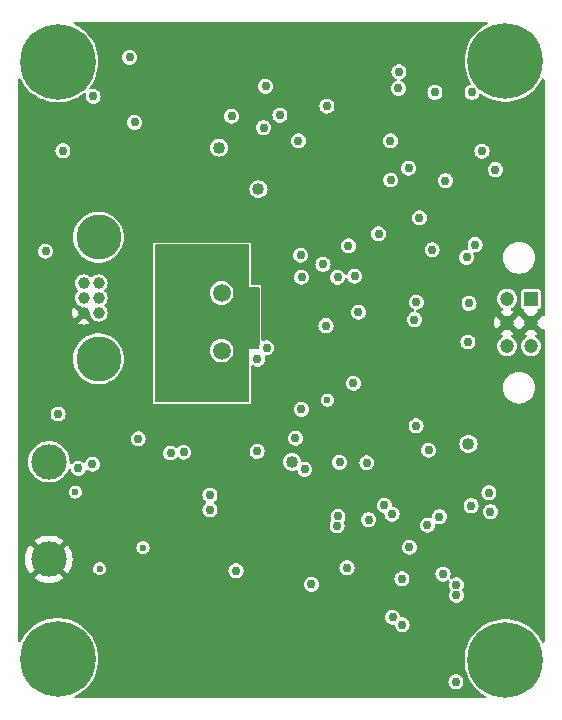
<source format=gbr>
%TF.GenerationSoftware,KiCad,Pcbnew,7.0.9*%
%TF.CreationDate,2024-03-23T18:35:21-04:00*%
%TF.ProjectId,charging_on_the_pad,63686172-6769-46e6-975f-6f6e5f746865,rev?*%
%TF.SameCoordinates,Original*%
%TF.FileFunction,Copper,L2,Inr*%
%TF.FilePolarity,Positive*%
%FSLAX46Y46*%
G04 Gerber Fmt 4.6, Leading zero omitted, Abs format (unit mm)*
G04 Created by KiCad (PCBNEW 7.0.9) date 2024-03-23 18:35:21*
%MOMM*%
%LPD*%
G01*
G04 APERTURE LIST*
%TA.AperFunction,ComponentPad*%
%ADD10C,3.800000*%
%TD*%
%TA.AperFunction,ComponentPad*%
%ADD11C,1.000000*%
%TD*%
%TA.AperFunction,ComponentPad*%
%ADD12C,3.000000*%
%TD*%
%TA.AperFunction,ComponentPad*%
%ADD13C,1.500000*%
%TD*%
%TA.AperFunction,ComponentPad*%
%ADD14C,6.400000*%
%TD*%
%TA.AperFunction,ComponentPad*%
%ADD15R,1.200000X1.200000*%
%TD*%
%TA.AperFunction,ComponentPad*%
%ADD16C,1.200000*%
%TD*%
%TA.AperFunction,ViaPad*%
%ADD17C,0.762000*%
%TD*%
%TA.AperFunction,ViaPad*%
%ADD18C,0.600000*%
%TD*%
%TA.AperFunction,ViaPad*%
%ADD19C,1.016000*%
%TD*%
G04 APERTURE END LIST*
D10*
%TO.N,*%
%TO.C,J1*%
X137820400Y-94373400D03*
X137820400Y-104673400D03*
D11*
%TO.N,Net-(J1-Pin_1)*%
X137820400Y-100773400D03*
%TO.N,/CANL*%
X137820400Y-99523400D03*
%TO.N,/CANH*%
X137820400Y-98273400D03*
%TO.N,GND*%
X136570400Y-100773400D03*
%TO.N,+5V_PWR*%
X136570400Y-99523400D03*
%TO.N,+24V*%
X136570400Y-98273400D03*
%TD*%
D12*
%TO.N,Net-(J3-Pin_1)*%
%TO.C,J3*%
X133615600Y-113390600D03*
%TO.N,GND*%
X133615600Y-121640600D03*
%TD*%
D13*
%TO.N,/OSC2*%
%TO.C,Y1*%
X148234400Y-103973800D03*
%TO.N,/OSC1*%
X148234400Y-99093800D03*
%TD*%
D14*
%TO.N,N/C*%
%TO.C,H3*%
X134352117Y-79506364D03*
%TD*%
%TO.N,N/C*%
%TO.C,H1*%
X172258924Y-130175000D03*
%TD*%
%TO.N,N/C*%
%TO.C,H4*%
X172262170Y-79437569D03*
%TD*%
%TO.N,N/C*%
%TO.C,H2*%
X134344427Y-130073035D03*
%TD*%
D15*
%TO.N,/Motor Control/MOTOR_V*%
%TO.C,J4*%
X174415200Y-99606600D03*
D16*
%TO.N,GND*%
X174415200Y-101606600D03*
%TO.N,/MOTOR_INPUT*%
X174415200Y-103606600D03*
%TO.N,/Motor Control/MOTOR_V*%
X172415200Y-99606600D03*
%TO.N,GND*%
X172415200Y-101606600D03*
%TO.N,/Motor Control/MOTOR_OUTPUT*%
X172415200Y-103606600D03*
%TD*%
D17*
%TO.N,GND*%
X142984076Y-101673566D03*
X145684079Y-107973573D03*
X134188200Y-96215200D03*
X173075100Y-111605130D03*
X162864800Y-129540000D03*
X133756900Y-104840683D03*
X142984076Y-102573567D03*
X159913800Y-86925000D03*
X148384082Y-95373559D03*
X142984076Y-98973563D03*
X150184084Y-106173571D03*
X150184084Y-98073562D03*
X161493200Y-82600800D03*
X153543000Y-121996200D03*
X143884077Y-107973573D03*
X138938900Y-117742200D03*
X146584080Y-107973573D03*
X143884077Y-95373559D03*
X151096318Y-94470882D03*
X145684079Y-95373559D03*
X147484081Y-95373559D03*
X135661400Y-92684600D03*
X139217400Y-119405400D03*
X142984076Y-95373559D03*
X133621700Y-99259546D03*
X142984076Y-107073572D03*
X144784078Y-107973573D03*
X146584080Y-95373559D03*
X150184084Y-95373559D03*
X151084085Y-99873564D03*
X162665100Y-116267142D03*
X174269400Y-125526800D03*
X167360186Y-86672522D03*
X142984076Y-98073562D03*
X150184084Y-96273560D03*
X142984076Y-107973573D03*
X142984076Y-103473568D03*
X149284083Y-107973573D03*
X150184084Y-105273570D03*
X135509000Y-91846400D03*
X150184084Y-107973573D03*
X142984076Y-104373569D03*
X153856456Y-108941584D03*
X142984076Y-99873564D03*
X150184084Y-98973563D03*
X147484081Y-107973573D03*
X161845305Y-101499036D03*
X160324800Y-125222000D03*
X151084085Y-98973563D03*
X148384082Y-107973573D03*
X161668262Y-110171119D03*
X151084085Y-103473568D03*
X150184084Y-104373569D03*
X142984076Y-96273560D03*
X167868600Y-102920800D03*
X134848600Y-95707200D03*
X142984076Y-97173561D03*
X150184084Y-107073572D03*
X157048200Y-95504000D03*
X149284083Y-95373559D03*
X142984076Y-100773565D03*
X150184084Y-103473568D03*
X131445000Y-86918800D03*
X142984076Y-105273570D03*
X150184084Y-97173561D03*
X142984076Y-106173571D03*
X150342600Y-110236000D03*
X144784078Y-95373559D03*
%TO.N,+5V*%
X154979764Y-108952908D03*
X169697400Y-94996000D03*
X162522900Y-86219564D03*
X159503800Y-97665000D03*
X140462000Y-79146400D03*
X171412400Y-88646000D03*
X168970527Y-96088396D03*
X151973600Y-81604800D03*
X140868400Y-84658200D03*
D18*
X137922000Y-122453400D03*
X135839200Y-115951000D03*
D17*
X157073600Y-101854000D03*
X164566600Y-101346000D03*
%TO.N,/Battery Charger/VIN*%
X155279799Y-114032705D03*
X151244800Y-112513640D03*
%TO.N,/Battery Charger/VREF*%
X162009824Y-117088745D03*
X165663800Y-118755000D03*
%TO.N,+BATT*%
X158224530Y-113443235D03*
X136093200Y-113944400D03*
X162712400Y-126543200D03*
X137287000Y-113588800D03*
X168122600Y-123799600D03*
X158013400Y-118795800D03*
X163525200Y-127177800D03*
X159380551Y-106735249D03*
X155829000Y-123774200D03*
X168122600Y-124688600D03*
X158851600Y-122351800D03*
X158078243Y-118022443D03*
X162560000Y-89535000D03*
X164121600Y-120616558D03*
%TO.N,+24V*%
X134391400Y-109347000D03*
X154469641Y-111390808D03*
%TO.N,VCC*%
X141173200Y-111455200D03*
X149453800Y-122615000D03*
X170999169Y-117602802D03*
X143916400Y-112649000D03*
X145034000Y-112572800D03*
X162661600Y-117830600D03*
X170865800Y-116001800D03*
X169352975Y-117097054D03*
X147243800Y-117449600D03*
X147243800Y-116205000D03*
%TO.N,Net-(U5-SW)*%
X137363200Y-82448400D03*
X133331000Y-95554800D03*
X134797800Y-87045800D03*
%TO.N,/Power/R_13V_P*%
X149089100Y-84120570D03*
X154736800Y-86219800D03*
%TO.N,+5V_PWR*%
X169189400Y-99974400D03*
X169087800Y-103251000D03*
X168071800Y-132003800D03*
D18*
X141579600Y-120650000D03*
%TO.N,/Power/R_5V_P*%
X157195144Y-108162878D03*
D17*
%TO.N,/n_CHG_EN*%
X166979600Y-122910600D03*
X160673894Y-118287802D03*
X160529228Y-113470500D03*
X164987311Y-92746489D03*
X155016200Y-97757200D03*
X166299039Y-82110239D03*
%TO.N,/Power/R_+BATT_N*%
X163499500Y-123290738D03*
D19*
%TO.N,+13V*%
X169138600Y-111861600D03*
X148005800Y-86791800D03*
X154203400Y-113385600D03*
X151358600Y-90322400D03*
D17*
%TO.N,/R_MOTOR_N*%
X167182800Y-89585800D03*
X170281600Y-87096600D03*
X164071800Y-88521002D03*
%TO.N,/EN_5V*%
X154939623Y-95887308D03*
X151793800Y-85095000D03*
X169443800Y-82115000D03*
%TO.N,/EN_MOTOR*%
X166065200Y-95427800D03*
%TO.N,/MOTOR_OUT_DIV*%
X161523800Y-94085000D03*
%TO.N,/CURR_13V*%
X157149800Y-83280800D03*
X156819768Y-96672400D03*
%TO.N,/CURR_5V*%
X164730357Y-99886843D03*
X153173800Y-84055000D03*
X163209600Y-81780739D03*
%TO.N,/CHG_CURR*%
X165766402Y-112401002D03*
X158064200Y-97764600D03*
X166674800Y-118028500D03*
X164705064Y-110339043D03*
X163245800Y-80365600D03*
%TO.N,/CURR_+BATT*%
X159803800Y-100715000D03*
%TO.N,/CAN_TX*%
X152037000Y-103753400D03*
%TO.N,/CAN_RX*%
X151263300Y-104706413D03*
%TO.N,/CURR_MOTOR*%
X158978600Y-95110800D03*
%TD*%
%TA.AperFunction,Conductor*%
%TO.N,GND*%
G36*
X170698499Y-76149185D02*
G01*
X170744254Y-76201989D01*
X170754198Y-76271147D01*
X170725173Y-76334703D01*
X170683526Y-76366039D01*
X170643561Y-76384528D01*
X170643548Y-76384535D01*
X170322964Y-76577422D01*
X170322959Y-76577426D01*
X170025083Y-76803865D01*
X170025082Y-76803866D01*
X169753442Y-77061177D01*
X169511222Y-77346339D01*
X169511215Y-77346349D01*
X169301243Y-77656034D01*
X169125985Y-77986605D01*
X169125976Y-77986623D01*
X168987488Y-78334204D01*
X168987487Y-78334206D01*
X168887393Y-78694715D01*
X168887392Y-78694718D01*
X168826858Y-79063958D01*
X168806602Y-79437566D01*
X168806602Y-79437571D01*
X168826858Y-79811179D01*
X168887392Y-80180419D01*
X168887393Y-80180422D01*
X168987487Y-80540931D01*
X168987488Y-80540933D01*
X169125976Y-80888514D01*
X169125985Y-80888532D01*
X169301239Y-81219097D01*
X169364352Y-81312181D01*
X169385680Y-81378716D01*
X169367652Y-81446219D01*
X169315990Y-81493260D01*
X169291394Y-81502164D01*
X169218228Y-81520198D01*
X169218225Y-81520199D01*
X169082430Y-81591469D01*
X168967645Y-81693160D01*
X168880529Y-81819369D01*
X168826147Y-81962761D01*
X168826146Y-81962764D01*
X168807662Y-82114999D01*
X168807662Y-82115000D01*
X168826146Y-82267235D01*
X168826147Y-82267238D01*
X168880528Y-82410628D01*
X168964358Y-82532078D01*
X168967645Y-82536839D01*
X169082430Y-82638530D01*
X169082432Y-82638531D01*
X169218222Y-82709799D01*
X169317488Y-82734266D01*
X169367121Y-82746500D01*
X169367122Y-82746500D01*
X169520479Y-82746500D01*
X169557703Y-82737324D01*
X169669378Y-82709799D01*
X169805168Y-82638531D01*
X169919956Y-82536838D01*
X170007072Y-82410628D01*
X170052148Y-82291772D01*
X170094326Y-82236070D01*
X170159924Y-82212013D01*
X170228114Y-82227240D01*
X170243132Y-82237029D01*
X170322947Y-82297703D01*
X170322964Y-82297715D01*
X170643548Y-82490602D01*
X170643553Y-82490605D01*
X170643557Y-82490606D01*
X170643561Y-82490609D01*
X170963290Y-82638531D01*
X170983132Y-82647711D01*
X171337708Y-82767182D01*
X171703121Y-82847615D01*
X172075089Y-82888069D01*
X172075095Y-82888069D01*
X172449245Y-82888069D01*
X172449251Y-82888069D01*
X172821219Y-82847615D01*
X173186632Y-82767182D01*
X173541208Y-82647711D01*
X173880787Y-82490605D01*
X174013707Y-82410630D01*
X174201375Y-82297715D01*
X174201380Y-82297711D01*
X174201379Y-82297711D01*
X174201390Y-82297705D01*
X174499257Y-82071272D01*
X174770897Y-81813961D01*
X175013124Y-81528790D01*
X175223098Y-81219100D01*
X175296172Y-81081269D01*
X175345745Y-80987765D01*
X175394538Y-80937756D01*
X175462623Y-80922064D01*
X175528383Y-80945674D01*
X175570940Y-81001088D01*
X175579300Y-81045848D01*
X175579300Y-100952834D01*
X175559615Y-101019873D01*
X175506811Y-101065628D01*
X175437653Y-101075572D01*
X175374097Y-101046547D01*
X175356332Y-101027543D01*
X175352665Y-101022686D01*
X175352665Y-101022685D01*
X174768753Y-101606599D01*
X174768753Y-101606600D01*
X175352665Y-102190512D01*
X175356347Y-102185638D01*
X175412456Y-102144003D01*
X175482168Y-102139312D01*
X175543350Y-102173055D01*
X175576576Y-102234519D01*
X175579300Y-102260366D01*
X175579300Y-128572843D01*
X175559615Y-128639882D01*
X175506811Y-128685637D01*
X175437653Y-128695581D01*
X175374097Y-128666556D01*
X175345745Y-128630926D01*
X175219850Y-128393465D01*
X175112293Y-128234830D01*
X175009878Y-128083779D01*
X175009874Y-128083774D01*
X175009871Y-128083770D01*
X174767651Y-127798608D01*
X174496011Y-127541297D01*
X174496010Y-127541296D01*
X174406731Y-127473428D01*
X174198144Y-127314864D01*
X174198140Y-127314861D01*
X174198134Y-127314857D01*
X174198129Y-127314853D01*
X173877545Y-127121966D01*
X173877532Y-127121959D01*
X173537972Y-126964862D01*
X173537967Y-126964860D01*
X173537962Y-126964858D01*
X173292551Y-126882169D01*
X173183385Y-126845386D01*
X172817971Y-126764953D01*
X172446006Y-126724500D01*
X172446005Y-126724500D01*
X172071843Y-126724500D01*
X172071841Y-126724500D01*
X171699876Y-126764953D01*
X171334462Y-126845386D01*
X171060364Y-126937741D01*
X170979886Y-126964858D01*
X170979883Y-126964859D01*
X170979875Y-126964862D01*
X170640315Y-127121959D01*
X170640302Y-127121966D01*
X170319718Y-127314853D01*
X170319713Y-127314857D01*
X170021837Y-127541296D01*
X170021836Y-127541297D01*
X169750196Y-127798608D01*
X169507976Y-128083770D01*
X169507969Y-128083780D01*
X169297997Y-128393465D01*
X169122739Y-128724036D01*
X169122730Y-128724054D01*
X168984242Y-129071635D01*
X168984241Y-129071637D01*
X168884147Y-129432146D01*
X168884146Y-129432149D01*
X168823612Y-129801389D01*
X168803356Y-130174997D01*
X168803356Y-130175002D01*
X168823612Y-130548610D01*
X168884146Y-130917850D01*
X168884147Y-130917853D01*
X168984241Y-131278362D01*
X168984242Y-131278364D01*
X169122730Y-131625945D01*
X169122739Y-131625963D01*
X169297997Y-131956534D01*
X169507969Y-132266219D01*
X169507976Y-132266229D01*
X169729759Y-132527331D01*
X169750197Y-132551392D01*
X170021837Y-132808703D01*
X170319704Y-133035136D01*
X170319709Y-133035139D01*
X170319713Y-133035142D01*
X170319718Y-133035146D01*
X170577505Y-133190250D01*
X170624800Y-133241679D01*
X170636783Y-133310513D01*
X170609648Y-133374899D01*
X170552012Y-133414393D01*
X170513577Y-133420500D01*
X135889984Y-133420500D01*
X135822945Y-133400815D01*
X135777190Y-133348011D01*
X135767246Y-133278853D01*
X135796271Y-133215297D01*
X135837918Y-133183961D01*
X135963035Y-133126075D01*
X135963044Y-133126071D01*
X136114170Y-133035142D01*
X136283632Y-132933181D01*
X136283637Y-132933177D01*
X136283636Y-132933177D01*
X136283647Y-132933171D01*
X136581514Y-132706738D01*
X136853154Y-132449427D01*
X137095381Y-132164256D01*
X137204172Y-132003800D01*
X167435662Y-132003800D01*
X167454146Y-132156035D01*
X167454147Y-132156038D01*
X167508528Y-132299428D01*
X167587783Y-132414250D01*
X167595645Y-132425639D01*
X167710430Y-132527330D01*
X167710432Y-132527331D01*
X167846222Y-132598599D01*
X167945488Y-132623066D01*
X167995121Y-132635300D01*
X167995122Y-132635300D01*
X168148479Y-132635300D01*
X168185703Y-132626124D01*
X168297378Y-132598599D01*
X168433168Y-132527331D01*
X168547956Y-132425638D01*
X168635072Y-132299428D01*
X168689453Y-132156038D01*
X168707938Y-132003800D01*
X168689453Y-131851562D01*
X168635072Y-131708172D01*
X168547956Y-131581962D01*
X168547954Y-131581960D01*
X168433169Y-131480269D01*
X168359067Y-131441378D01*
X168297378Y-131409001D01*
X168297375Y-131409000D01*
X168148479Y-131372300D01*
X168148478Y-131372300D01*
X167995122Y-131372300D01*
X167995121Y-131372300D01*
X167846224Y-131409000D01*
X167710430Y-131480269D01*
X167595645Y-131581960D01*
X167508529Y-131708169D01*
X167454147Y-131851561D01*
X167454146Y-131851564D01*
X167435662Y-132003799D01*
X167435662Y-132003800D01*
X137204172Y-132003800D01*
X137305355Y-131854566D01*
X137480616Y-131523990D01*
X137619107Y-131176403D01*
X137719206Y-130815880D01*
X137779738Y-130446648D01*
X137799995Y-130073035D01*
X137779738Y-129699422D01*
X137719206Y-129330190D01*
X137647419Y-129071637D01*
X137619109Y-128969672D01*
X137619108Y-128969670D01*
X137480620Y-128622089D01*
X137480611Y-128622071D01*
X137459934Y-128583071D01*
X137305355Y-128291504D01*
X137305353Y-128291500D01*
X137164515Y-128083780D01*
X137095381Y-127981814D01*
X137095377Y-127981809D01*
X137095374Y-127981805D01*
X136853154Y-127696643D01*
X136581514Y-127439332D01*
X136581513Y-127439331D01*
X136437740Y-127330038D01*
X136283647Y-127212899D01*
X136283643Y-127212896D01*
X136283637Y-127212892D01*
X136283632Y-127212888D01*
X135963048Y-127020001D01*
X135963035Y-127019994D01*
X135623475Y-126862897D01*
X135623470Y-126862895D01*
X135623465Y-126862893D01*
X135450630Y-126804658D01*
X135268888Y-126743421D01*
X134903474Y-126662988D01*
X134531509Y-126622535D01*
X134531508Y-126622535D01*
X134157346Y-126622535D01*
X134157344Y-126622535D01*
X133785379Y-126662988D01*
X133419965Y-126743421D01*
X133145867Y-126835776D01*
X133065389Y-126862893D01*
X133065386Y-126862894D01*
X133065378Y-126862897D01*
X132725818Y-127019994D01*
X132725805Y-127020001D01*
X132405221Y-127212888D01*
X132405216Y-127212892D01*
X132107340Y-127439331D01*
X132107339Y-127439332D01*
X131835699Y-127696643D01*
X131593479Y-127981805D01*
X131593472Y-127981815D01*
X131383500Y-128291500D01*
X131221855Y-128596394D01*
X131173062Y-128646404D01*
X131104977Y-128662095D01*
X131039217Y-128638485D01*
X130996660Y-128583071D01*
X130988300Y-128538311D01*
X130988300Y-126543200D01*
X162076262Y-126543200D01*
X162094746Y-126695435D01*
X162094747Y-126695438D01*
X162149129Y-126838830D01*
X162236245Y-126965039D01*
X162351030Y-127066730D01*
X162351032Y-127066731D01*
X162486822Y-127137999D01*
X162586088Y-127162466D01*
X162635721Y-127174700D01*
X162778831Y-127174700D01*
X162845870Y-127194385D01*
X162891625Y-127247189D01*
X162901927Y-127283754D01*
X162907546Y-127330035D01*
X162907547Y-127330038D01*
X162961929Y-127473430D01*
X163049045Y-127599639D01*
X163163830Y-127701330D01*
X163163832Y-127701331D01*
X163299622Y-127772599D01*
X163398888Y-127797066D01*
X163448521Y-127809300D01*
X163448522Y-127809300D01*
X163601879Y-127809300D01*
X163639103Y-127800124D01*
X163750778Y-127772599D01*
X163886568Y-127701331D01*
X164001356Y-127599638D01*
X164088472Y-127473428D01*
X164142853Y-127330038D01*
X164161338Y-127177800D01*
X164142853Y-127025562D01*
X164088472Y-126882172D01*
X164001356Y-126755962D01*
X164001354Y-126755960D01*
X163886569Y-126654269D01*
X163821740Y-126620244D01*
X163750778Y-126583001D01*
X163750775Y-126583000D01*
X163601879Y-126546300D01*
X163601878Y-126546300D01*
X163458769Y-126546300D01*
X163391730Y-126526615D01*
X163345975Y-126473811D01*
X163335673Y-126437246D01*
X163330053Y-126390964D01*
X163330053Y-126390962D01*
X163275672Y-126247572D01*
X163188556Y-126121362D01*
X163188554Y-126121360D01*
X163073769Y-126019669D01*
X163008940Y-125985644D01*
X162937978Y-125948401D01*
X162937975Y-125948400D01*
X162789079Y-125911700D01*
X162789078Y-125911700D01*
X162635722Y-125911700D01*
X162635721Y-125911700D01*
X162486824Y-125948400D01*
X162351030Y-126019669D01*
X162236245Y-126121360D01*
X162149129Y-126247569D01*
X162094747Y-126390961D01*
X162094746Y-126390964D01*
X162076262Y-126543199D01*
X162076262Y-126543200D01*
X130988300Y-126543200D01*
X130988300Y-123774200D01*
X155192862Y-123774200D01*
X155211346Y-123926435D01*
X155211347Y-123926438D01*
X155265729Y-124069830D01*
X155313751Y-124139401D01*
X155342142Y-124180534D01*
X155352845Y-124196039D01*
X155467630Y-124297730D01*
X155467632Y-124297731D01*
X155603422Y-124368999D01*
X155700671Y-124392969D01*
X155752321Y-124405700D01*
X155752322Y-124405700D01*
X155905679Y-124405700D01*
X155957329Y-124392969D01*
X156054578Y-124368999D01*
X156190368Y-124297731D01*
X156305156Y-124196038D01*
X156392272Y-124069828D01*
X156446653Y-123926438D01*
X156465138Y-123774200D01*
X156446653Y-123621962D01*
X156392272Y-123478572D01*
X156305156Y-123352362D01*
X156282668Y-123332439D01*
X156235597Y-123290738D01*
X162863362Y-123290738D01*
X162881846Y-123442973D01*
X162881847Y-123442976D01*
X162932776Y-123577265D01*
X162936229Y-123586368D01*
X163023345Y-123712577D01*
X163138130Y-123814268D01*
X163138132Y-123814269D01*
X163273922Y-123885537D01*
X163373188Y-123910004D01*
X163422821Y-123922238D01*
X163422822Y-123922238D01*
X163576179Y-123922238D01*
X163613403Y-123913062D01*
X163725078Y-123885537D01*
X163860868Y-123814269D01*
X163975656Y-123712576D01*
X164062772Y-123586366D01*
X164117153Y-123442976D01*
X164135638Y-123290738D01*
X164117153Y-123138500D01*
X164062772Y-122995110D01*
X164059058Y-122989730D01*
X164004460Y-122910630D01*
X164004439Y-122910600D01*
X166343462Y-122910600D01*
X166361946Y-123062835D01*
X166361947Y-123062838D01*
X166415786Y-123204800D01*
X166416329Y-123206230D01*
X166447003Y-123250669D01*
X166499971Y-123327407D01*
X166503445Y-123332439D01*
X166618230Y-123434130D01*
X166618232Y-123434131D01*
X166754022Y-123505399D01*
X166853288Y-123529866D01*
X166902921Y-123542100D01*
X166902922Y-123542100D01*
X167056279Y-123542100D01*
X167093503Y-123532924D01*
X167205178Y-123505399D01*
X167340968Y-123434131D01*
X167340977Y-123434122D01*
X167345141Y-123431249D01*
X167411494Y-123409362D01*
X167479147Y-123426822D01*
X167526621Y-123478086D01*
X167538843Y-123546878D01*
X167531531Y-123577265D01*
X167504947Y-123647358D01*
X167504946Y-123647364D01*
X167486462Y-123799599D01*
X167486462Y-123799600D01*
X167504946Y-123951835D01*
X167504947Y-123951838D01*
X167559329Y-124095230D01*
X167613465Y-124173660D01*
X167635348Y-124240015D01*
X167617882Y-124307667D01*
X167613465Y-124314540D01*
X167559329Y-124392969D01*
X167504947Y-124536361D01*
X167504946Y-124536364D01*
X167486462Y-124688599D01*
X167486462Y-124688600D01*
X167504946Y-124840835D01*
X167504947Y-124840838D01*
X167559329Y-124984230D01*
X167646445Y-125110439D01*
X167761230Y-125212130D01*
X167761232Y-125212131D01*
X167897022Y-125283399D01*
X167996288Y-125307866D01*
X168045921Y-125320100D01*
X168045922Y-125320100D01*
X168199279Y-125320100D01*
X168236503Y-125310924D01*
X168348178Y-125283399D01*
X168483968Y-125212131D01*
X168598756Y-125110438D01*
X168685872Y-124984228D01*
X168740253Y-124840838D01*
X168758738Y-124688600D01*
X168740253Y-124536362D01*
X168685872Y-124392972D01*
X168631733Y-124314538D01*
X168609851Y-124248186D01*
X168627316Y-124180534D01*
X168631725Y-124173672D01*
X168685872Y-124095228D01*
X168740253Y-123951838D01*
X168758738Y-123799600D01*
X168740253Y-123647362D01*
X168685872Y-123503972D01*
X168598756Y-123377762D01*
X168598754Y-123377760D01*
X168483969Y-123276069D01*
X168400194Y-123232101D01*
X168348178Y-123204801D01*
X168348175Y-123204800D01*
X168199279Y-123168100D01*
X168199278Y-123168100D01*
X168045922Y-123168100D01*
X168045921Y-123168100D01*
X167897024Y-123204800D01*
X167761224Y-123276072D01*
X167757046Y-123278957D01*
X167690691Y-123300838D01*
X167623040Y-123283370D01*
X167575572Y-123232101D01*
X167563358Y-123163307D01*
X167570667Y-123132936D01*
X167597253Y-123062838D01*
X167615738Y-122910600D01*
X167597253Y-122758362D01*
X167542872Y-122614972D01*
X167455756Y-122488762D01*
X167455754Y-122488760D01*
X167340969Y-122387069D01*
X167273767Y-122351799D01*
X167205178Y-122315801D01*
X167205175Y-122315800D01*
X167056279Y-122279100D01*
X167056278Y-122279100D01*
X166902922Y-122279100D01*
X166902921Y-122279100D01*
X166754024Y-122315800D01*
X166618230Y-122387069D01*
X166503445Y-122488760D01*
X166416329Y-122614969D01*
X166361947Y-122758361D01*
X166361946Y-122758364D01*
X166343462Y-122910599D01*
X166343462Y-122910600D01*
X164004439Y-122910600D01*
X163975656Y-122868900D01*
X163949830Y-122846020D01*
X163860869Y-122767207D01*
X163791923Y-122731022D01*
X163725078Y-122695939D01*
X163725075Y-122695938D01*
X163576179Y-122659238D01*
X163576178Y-122659238D01*
X163422822Y-122659238D01*
X163422821Y-122659238D01*
X163273924Y-122695938D01*
X163138130Y-122767207D01*
X163023345Y-122868898D01*
X162936229Y-122995107D01*
X162881847Y-123138499D01*
X162881846Y-123138502D01*
X162863362Y-123290737D01*
X162863362Y-123290738D01*
X156235597Y-123290738D01*
X156190369Y-123250669D01*
X156125540Y-123216644D01*
X156054578Y-123179401D01*
X156054575Y-123179400D01*
X155905679Y-123142700D01*
X155905678Y-123142700D01*
X155752322Y-123142700D01*
X155752321Y-123142700D01*
X155603424Y-123179400D01*
X155467630Y-123250669D01*
X155352845Y-123352360D01*
X155265729Y-123478569D01*
X155211347Y-123621961D01*
X155211346Y-123621964D01*
X155192862Y-123774199D01*
X155192862Y-123774200D01*
X130988300Y-123774200D01*
X130988300Y-121640601D01*
X131610491Y-121640601D01*
X131630900Y-121925962D01*
X131691709Y-122205495D01*
X131791691Y-122473558D01*
X131928791Y-122724638D01*
X131928796Y-122724646D01*
X132035482Y-122867161D01*
X132035483Y-122867162D01*
X132753948Y-122148696D01*
X132820746Y-122255863D01*
X132960868Y-122403271D01*
X133105685Y-122504067D01*
X132389036Y-123220715D01*
X132531560Y-123327407D01*
X132531561Y-123327408D01*
X132782642Y-123464508D01*
X132782641Y-123464508D01*
X133050704Y-123564490D01*
X133330237Y-123625299D01*
X133615599Y-123645709D01*
X133615601Y-123645709D01*
X133900962Y-123625299D01*
X134180495Y-123564490D01*
X134448558Y-123464508D01*
X134699647Y-123327403D01*
X134842161Y-123220716D01*
X134842162Y-123220715D01*
X134123725Y-122502278D01*
X134189814Y-122465596D01*
X134344131Y-122333120D01*
X134468621Y-122172292D01*
X134479225Y-122150672D01*
X135195715Y-122867162D01*
X135195716Y-122867161D01*
X135302403Y-122724647D01*
X135439508Y-122473558D01*
X135447027Y-122453400D01*
X137366750Y-122453400D01*
X137385670Y-122597108D01*
X137385671Y-122597112D01*
X137441137Y-122731022D01*
X137441138Y-122731024D01*
X137441139Y-122731025D01*
X137529379Y-122846021D01*
X137644375Y-122934261D01*
X137778291Y-122989730D01*
X137905280Y-123006448D01*
X137921999Y-123008650D01*
X137922000Y-123008650D01*
X137922001Y-123008650D01*
X137936977Y-123006678D01*
X138065709Y-122989730D01*
X138199625Y-122934261D01*
X138314621Y-122846021D01*
X138402861Y-122731025D01*
X138450919Y-122615000D01*
X148817662Y-122615000D01*
X148836146Y-122767235D01*
X148836147Y-122767238D01*
X148890517Y-122910600D01*
X148890529Y-122910630D01*
X148906841Y-122934262D01*
X148945126Y-122989728D01*
X148977645Y-123036839D01*
X149092430Y-123138530D01*
X149092432Y-123138531D01*
X149228222Y-123209799D01*
X149318704Y-123232101D01*
X149377121Y-123246500D01*
X149377122Y-123246500D01*
X149530479Y-123246500D01*
X149588896Y-123232101D01*
X149679378Y-123209799D01*
X149815168Y-123138531D01*
X149929956Y-123036838D01*
X150017072Y-122910628D01*
X150071453Y-122767238D01*
X150089938Y-122615000D01*
X150071453Y-122462762D01*
X150029370Y-122351800D01*
X158215462Y-122351800D01*
X158233946Y-122504035D01*
X158233947Y-122504038D01*
X158285738Y-122640600D01*
X158288329Y-122647430D01*
X158336351Y-122717001D01*
X158371026Y-122767238D01*
X158375445Y-122773639D01*
X158490230Y-122875330D01*
X158490232Y-122875331D01*
X158626022Y-122946599D01*
X158725288Y-122971066D01*
X158774921Y-122983300D01*
X158774922Y-122983300D01*
X158928279Y-122983300D01*
X158965503Y-122974124D01*
X159077178Y-122946599D01*
X159212968Y-122875331D01*
X159327756Y-122773638D01*
X159414872Y-122647428D01*
X159469253Y-122504038D01*
X159487738Y-122351800D01*
X159469253Y-122199562D01*
X159414872Y-122056172D01*
X159327756Y-121929962D01*
X159285521Y-121892545D01*
X159212969Y-121828269D01*
X159148140Y-121794244D01*
X159077178Y-121757001D01*
X159077175Y-121757000D01*
X158928279Y-121720300D01*
X158928278Y-121720300D01*
X158774922Y-121720300D01*
X158774921Y-121720300D01*
X158626024Y-121757000D01*
X158490230Y-121828269D01*
X158375445Y-121929960D01*
X158288329Y-122056169D01*
X158233947Y-122199561D01*
X158233946Y-122199564D01*
X158215462Y-122351799D01*
X158215462Y-122351800D01*
X150029370Y-122351800D01*
X150017072Y-122319372D01*
X149929956Y-122193162D01*
X149929954Y-122193160D01*
X149815169Y-122091469D01*
X149747909Y-122056169D01*
X149679378Y-122020201D01*
X149679375Y-122020200D01*
X149530479Y-121983500D01*
X149530478Y-121983500D01*
X149377122Y-121983500D01*
X149377121Y-121983500D01*
X149228224Y-122020200D01*
X149092430Y-122091469D01*
X148977645Y-122193160D01*
X148890529Y-122319369D01*
X148836147Y-122462761D01*
X148836146Y-122462764D01*
X148817662Y-122614999D01*
X148817662Y-122615000D01*
X138450919Y-122615000D01*
X138458330Y-122597109D01*
X138477250Y-122453400D01*
X138458330Y-122309691D01*
X138402861Y-122175775D01*
X138314621Y-122060779D01*
X138199625Y-121972539D01*
X138199624Y-121972538D01*
X138199622Y-121972537D01*
X138065712Y-121917071D01*
X138065710Y-121917070D01*
X138065709Y-121917070D01*
X137993854Y-121907610D01*
X137922001Y-121898150D01*
X137921999Y-121898150D01*
X137778291Y-121917070D01*
X137778287Y-121917071D01*
X137644377Y-121972537D01*
X137529379Y-122060779D01*
X137441137Y-122175777D01*
X137385671Y-122309687D01*
X137385670Y-122309691D01*
X137366750Y-122453399D01*
X137366750Y-122453400D01*
X135447027Y-122453400D01*
X135539490Y-122205495D01*
X135600299Y-121925962D01*
X135620709Y-121640601D01*
X135620709Y-121640598D01*
X135600299Y-121355237D01*
X135539490Y-121075704D01*
X135439508Y-120807641D01*
X135353430Y-120650000D01*
X141024350Y-120650000D01*
X141043270Y-120793708D01*
X141043271Y-120793712D01*
X141098737Y-120927622D01*
X141098738Y-120927624D01*
X141098739Y-120927625D01*
X141186979Y-121042621D01*
X141301975Y-121130861D01*
X141301976Y-121130861D01*
X141301977Y-121130862D01*
X141346613Y-121149350D01*
X141435891Y-121186330D01*
X141562880Y-121203048D01*
X141579599Y-121205250D01*
X141579600Y-121205250D01*
X141579601Y-121205250D01*
X141594577Y-121203278D01*
X141723309Y-121186330D01*
X141857225Y-121130861D01*
X141972221Y-121042621D01*
X142060461Y-120927625D01*
X142115930Y-120793709D01*
X142134850Y-120650000D01*
X142133612Y-120640600D01*
X142130447Y-120616558D01*
X163485462Y-120616558D01*
X163503946Y-120768793D01*
X163503947Y-120768796D01*
X163558329Y-120912188D01*
X163645445Y-121038397D01*
X163760230Y-121140088D01*
X163760232Y-121140089D01*
X163896022Y-121211357D01*
X163995288Y-121235824D01*
X164044921Y-121248058D01*
X164044922Y-121248058D01*
X164198279Y-121248058D01*
X164235503Y-121238882D01*
X164347178Y-121211357D01*
X164482968Y-121140089D01*
X164597756Y-121038396D01*
X164684872Y-120912186D01*
X164739253Y-120768796D01*
X164757738Y-120616558D01*
X164739253Y-120464320D01*
X164684872Y-120320930D01*
X164597756Y-120194720D01*
X164568879Y-120169137D01*
X164482969Y-120093027D01*
X164418140Y-120059002D01*
X164347178Y-120021759D01*
X164347175Y-120021758D01*
X164198279Y-119985058D01*
X164198278Y-119985058D01*
X164044922Y-119985058D01*
X164044921Y-119985058D01*
X163896024Y-120021758D01*
X163760230Y-120093027D01*
X163645445Y-120194718D01*
X163558329Y-120320927D01*
X163503947Y-120464319D01*
X163503946Y-120464322D01*
X163485462Y-120616557D01*
X163485462Y-120616558D01*
X142130447Y-120616558D01*
X142122547Y-120556553D01*
X142115930Y-120506291D01*
X142060461Y-120372375D01*
X141972221Y-120257379D01*
X141857225Y-120169139D01*
X141857224Y-120169138D01*
X141857222Y-120169137D01*
X141723312Y-120113671D01*
X141723310Y-120113670D01*
X141723309Y-120113670D01*
X141651454Y-120104210D01*
X141579601Y-120094750D01*
X141579599Y-120094750D01*
X141435891Y-120113670D01*
X141435887Y-120113671D01*
X141301977Y-120169137D01*
X141186979Y-120257379D01*
X141098737Y-120372377D01*
X141043271Y-120506287D01*
X141043270Y-120506291D01*
X141024350Y-120649999D01*
X141024350Y-120650000D01*
X135353430Y-120650000D01*
X135302408Y-120556561D01*
X135302407Y-120556560D01*
X135195715Y-120414036D01*
X134477250Y-121132501D01*
X134410454Y-121025337D01*
X134270332Y-120877929D01*
X134125513Y-120777132D01*
X134842162Y-120060483D01*
X134842161Y-120060482D01*
X134699646Y-119953796D01*
X134699638Y-119953791D01*
X134448557Y-119816691D01*
X134448558Y-119816691D01*
X134180495Y-119716709D01*
X133900962Y-119655900D01*
X133615601Y-119635491D01*
X133615599Y-119635491D01*
X133330237Y-119655900D01*
X133050704Y-119716709D01*
X132782641Y-119816691D01*
X132531561Y-119953791D01*
X132531553Y-119953796D01*
X132389037Y-120060482D01*
X132389036Y-120060483D01*
X133107474Y-120778921D01*
X133041386Y-120815604D01*
X132887069Y-120948080D01*
X132762579Y-121108908D01*
X132751974Y-121130527D01*
X132035483Y-120414036D01*
X132035482Y-120414037D01*
X131928796Y-120556553D01*
X131928791Y-120556561D01*
X131791691Y-120807641D01*
X131691709Y-121075704D01*
X131630900Y-121355237D01*
X131610491Y-121640598D01*
X131610491Y-121640601D01*
X130988300Y-121640601D01*
X130988300Y-118795800D01*
X157377262Y-118795800D01*
X157395746Y-118948035D01*
X157395747Y-118948038D01*
X157450129Y-119091430D01*
X157537245Y-119217639D01*
X157652030Y-119319330D01*
X157652032Y-119319331D01*
X157787822Y-119390599D01*
X157887088Y-119415066D01*
X157936721Y-119427300D01*
X157936722Y-119427300D01*
X158090079Y-119427300D01*
X158127303Y-119418124D01*
X158238978Y-119390599D01*
X158374768Y-119319331D01*
X158489556Y-119217638D01*
X158576672Y-119091428D01*
X158631053Y-118948038D01*
X158649538Y-118795800D01*
X158631053Y-118643562D01*
X158578170Y-118504124D01*
X158572804Y-118434462D01*
X158592061Y-118389716D01*
X158641515Y-118318071D01*
X158652995Y-118287802D01*
X160037756Y-118287802D01*
X160056240Y-118440037D01*
X160056241Y-118440040D01*
X160098713Y-118552030D01*
X160110623Y-118583432D01*
X160197739Y-118709641D01*
X160312524Y-118811332D01*
X160312526Y-118811333D01*
X160448316Y-118882601D01*
X160547582Y-118907068D01*
X160597215Y-118919302D01*
X160597216Y-118919302D01*
X160750573Y-118919302D01*
X160799529Y-118907235D01*
X160899472Y-118882601D01*
X161035262Y-118811333D01*
X161098849Y-118755000D01*
X165027662Y-118755000D01*
X165046146Y-118907235D01*
X165046147Y-118907238D01*
X165061620Y-118948038D01*
X165100529Y-119050630D01*
X165187645Y-119176839D01*
X165302430Y-119278530D01*
X165302432Y-119278531D01*
X165438222Y-119349799D01*
X165537488Y-119374266D01*
X165587121Y-119386500D01*
X165587122Y-119386500D01*
X165740479Y-119386500D01*
X165777703Y-119377324D01*
X165889378Y-119349799D01*
X166025168Y-119278531D01*
X166139956Y-119176838D01*
X166227072Y-119050628D01*
X166281453Y-118907238D01*
X166299938Y-118755000D01*
X166299938Y-118754999D01*
X166299938Y-118747499D01*
X166302523Y-118747499D01*
X166311954Y-118690733D01*
X166358850Y-118638940D01*
X166426303Y-118620724D01*
X166453268Y-118624296D01*
X166598122Y-118660000D01*
X166598123Y-118660000D01*
X166751479Y-118660000D01*
X166788703Y-118650824D01*
X166900378Y-118623299D01*
X167036168Y-118552031D01*
X167150956Y-118450338D01*
X167238072Y-118324128D01*
X167292453Y-118180738D01*
X167310938Y-118028500D01*
X167310469Y-118024641D01*
X167295145Y-117898432D01*
X167292453Y-117876262D01*
X167238072Y-117732872D01*
X167150956Y-117606662D01*
X167145507Y-117601835D01*
X167036168Y-117504969D01*
X167024627Y-117498912D01*
X166900378Y-117433701D01*
X166900375Y-117433700D01*
X166751479Y-117397000D01*
X166751478Y-117397000D01*
X166598122Y-117397000D01*
X166598121Y-117397000D01*
X166449224Y-117433700D01*
X166313432Y-117504969D01*
X166313431Y-117504969D01*
X166198645Y-117606660D01*
X166111529Y-117732869D01*
X166057147Y-117876261D01*
X166057146Y-117876264D01*
X166038662Y-118028499D01*
X166038662Y-118036001D01*
X166036082Y-118036001D01*
X166026629Y-118092800D01*
X165979716Y-118144579D01*
X165912258Y-118162775D01*
X165885327Y-118159202D01*
X165740479Y-118123500D01*
X165740478Y-118123500D01*
X165587122Y-118123500D01*
X165587121Y-118123500D01*
X165438224Y-118160200D01*
X165302430Y-118231469D01*
X165187645Y-118333160D01*
X165100529Y-118459369D01*
X165046147Y-118602761D01*
X165046146Y-118602764D01*
X165027662Y-118754999D01*
X165027662Y-118755000D01*
X161098849Y-118755000D01*
X161150050Y-118709640D01*
X161237166Y-118583430D01*
X161291547Y-118440040D01*
X161310032Y-118287802D01*
X161291547Y-118135564D01*
X161237166Y-117992174D01*
X161150050Y-117865964D01*
X161150048Y-117865962D01*
X161035263Y-117764271D01*
X160950554Y-117719813D01*
X160899472Y-117693003D01*
X160899469Y-117693002D01*
X160750573Y-117656302D01*
X160750572Y-117656302D01*
X160597216Y-117656302D01*
X160597215Y-117656302D01*
X160448318Y-117693002D01*
X160312524Y-117764271D01*
X160197739Y-117865962D01*
X160110623Y-117992171D01*
X160056241Y-118135563D01*
X160056240Y-118135566D01*
X160037756Y-118287801D01*
X160037756Y-118287802D01*
X158652995Y-118287802D01*
X158695896Y-118174681D01*
X158714381Y-118022443D01*
X158695896Y-117870205D01*
X158641515Y-117726815D01*
X158554399Y-117600605D01*
X158554397Y-117600603D01*
X158439612Y-117498912D01*
X158347491Y-117450564D01*
X158303821Y-117427644D01*
X158303818Y-117427643D01*
X158154922Y-117390943D01*
X158154921Y-117390943D01*
X158001565Y-117390943D01*
X158001564Y-117390943D01*
X157852667Y-117427643D01*
X157716873Y-117498912D01*
X157602088Y-117600603D01*
X157514972Y-117726812D01*
X157460590Y-117870204D01*
X157460589Y-117870207D01*
X157442105Y-118022442D01*
X157442105Y-118022443D01*
X157460589Y-118174678D01*
X157460590Y-118174684D01*
X157513471Y-118314117D01*
X157518838Y-118383780D01*
X157499580Y-118428527D01*
X157476407Y-118462100D01*
X157450128Y-118500172D01*
X157430461Y-118552030D01*
X157395747Y-118643561D01*
X157395746Y-118643564D01*
X157377262Y-118795799D01*
X157377262Y-118795800D01*
X130988300Y-118795800D01*
X130988300Y-117449600D01*
X146607662Y-117449600D01*
X146626146Y-117601835D01*
X146626147Y-117601838D01*
X146674204Y-117728554D01*
X146680529Y-117745230D01*
X146693672Y-117764271D01*
X146766794Y-117870207D01*
X146767645Y-117871439D01*
X146882430Y-117973130D01*
X146882432Y-117973131D01*
X147018222Y-118044399D01*
X147117488Y-118068866D01*
X147167121Y-118081100D01*
X147167122Y-118081100D01*
X147320479Y-118081100D01*
X147357703Y-118071924D01*
X147469378Y-118044399D01*
X147605168Y-117973131D01*
X147719956Y-117871438D01*
X147807072Y-117745228D01*
X147861453Y-117601838D01*
X147879938Y-117449600D01*
X147861453Y-117297362D01*
X147807072Y-117153972D01*
X147762049Y-117088745D01*
X161373686Y-117088745D01*
X161392170Y-117240980D01*
X161392171Y-117240983D01*
X161413552Y-117297361D01*
X161446553Y-117384375D01*
X161533669Y-117510584D01*
X161648454Y-117612275D01*
X161648456Y-117612276D01*
X161784246Y-117683544D01*
X161910638Y-117714697D01*
X161931393Y-117719813D01*
X161991774Y-117754970D01*
X162023562Y-117817189D01*
X162024814Y-117825264D01*
X162043946Y-117982835D01*
X162043947Y-117982838D01*
X162097293Y-118123500D01*
X162098329Y-118126230D01*
X162185445Y-118252439D01*
X162300230Y-118354130D01*
X162300232Y-118354131D01*
X162436022Y-118425399D01*
X162535288Y-118449866D01*
X162584921Y-118462100D01*
X162584922Y-118462100D01*
X162738279Y-118462100D01*
X162775503Y-118452924D01*
X162887178Y-118425399D01*
X163022968Y-118354131D01*
X163137756Y-118252438D01*
X163224872Y-118126228D01*
X163279253Y-117982838D01*
X163297738Y-117830600D01*
X163279253Y-117678362D01*
X163224872Y-117534972D01*
X163137756Y-117408762D01*
X163137754Y-117408760D01*
X163022969Y-117307069D01*
X162887176Y-117235800D01*
X162740029Y-117199531D01*
X162679649Y-117164374D01*
X162647861Y-117102154D01*
X162647070Y-117097054D01*
X168716837Y-117097054D01*
X168735321Y-117249289D01*
X168735322Y-117249292D01*
X168789043Y-117390943D01*
X168789704Y-117392684D01*
X168818016Y-117433701D01*
X168871084Y-117510584D01*
X168876820Y-117518893D01*
X168991605Y-117620584D01*
X168991607Y-117620585D01*
X169127397Y-117691853D01*
X169226663Y-117716320D01*
X169276296Y-117728554D01*
X169276297Y-117728554D01*
X169429654Y-117728554D01*
X169466878Y-117719378D01*
X169578553Y-117691853D01*
X169714343Y-117620585D01*
X169734416Y-117602802D01*
X170363031Y-117602802D01*
X170381515Y-117755037D01*
X170381516Y-117755040D01*
X170435897Y-117898430D01*
X170500603Y-117992174D01*
X170523014Y-118024641D01*
X170637799Y-118126332D01*
X170637801Y-118126333D01*
X170773591Y-118197601D01*
X170872857Y-118222068D01*
X170922490Y-118234302D01*
X170922491Y-118234302D01*
X171075848Y-118234302D01*
X171113072Y-118225126D01*
X171224747Y-118197601D01*
X171360537Y-118126333D01*
X171475325Y-118024640D01*
X171562441Y-117898430D01*
X171616822Y-117755040D01*
X171635307Y-117602802D01*
X171616822Y-117450564D01*
X171562441Y-117307174D01*
X171475325Y-117180964D01*
X171456599Y-117164374D01*
X171360538Y-117079271D01*
X171295709Y-117045246D01*
X171224747Y-117008003D01*
X171224744Y-117008002D01*
X171075848Y-116971302D01*
X171075847Y-116971302D01*
X170922491Y-116971302D01*
X170922490Y-116971302D01*
X170773593Y-117008002D01*
X170637799Y-117079271D01*
X170523014Y-117180962D01*
X170435898Y-117307171D01*
X170381516Y-117450563D01*
X170381515Y-117450566D01*
X170363031Y-117602801D01*
X170363031Y-117602802D01*
X169734416Y-117602802D01*
X169829131Y-117518892D01*
X169916247Y-117392682D01*
X169970628Y-117249292D01*
X169989113Y-117097054D01*
X169970628Y-116944816D01*
X169916247Y-116801426D01*
X169829131Y-116675216D01*
X169819750Y-116666905D01*
X169714344Y-116573523D01*
X169649515Y-116539498D01*
X169578553Y-116502255D01*
X169578550Y-116502254D01*
X169429654Y-116465554D01*
X169429653Y-116465554D01*
X169276297Y-116465554D01*
X169276296Y-116465554D01*
X169127399Y-116502254D01*
X168991605Y-116573523D01*
X168876820Y-116675214D01*
X168789704Y-116801423D01*
X168735322Y-116944815D01*
X168735321Y-116944818D01*
X168716837Y-117097053D01*
X168716837Y-117097054D01*
X162647070Y-117097054D01*
X162646609Y-117094080D01*
X162645961Y-117088748D01*
X162645962Y-117088745D01*
X162627477Y-116936507D01*
X162573096Y-116793117D01*
X162485980Y-116666907D01*
X162485978Y-116666905D01*
X162371193Y-116565214D01*
X162251233Y-116502255D01*
X162235402Y-116493946D01*
X162235399Y-116493945D01*
X162086503Y-116457245D01*
X162086502Y-116457245D01*
X161933146Y-116457245D01*
X161933145Y-116457245D01*
X161784248Y-116493945D01*
X161648454Y-116565214D01*
X161533669Y-116666905D01*
X161446553Y-116793114D01*
X161392171Y-116936506D01*
X161392170Y-116936509D01*
X161373686Y-117088744D01*
X161373686Y-117088745D01*
X147762049Y-117088745D01*
X147719956Y-117027762D01*
X147656226Y-116971302D01*
X147599554Y-116921095D01*
X147601475Y-116918925D01*
X147565934Y-116875076D01*
X147558270Y-116805628D01*
X147589368Y-116743060D01*
X147599919Y-116733917D01*
X147599554Y-116733505D01*
X147665348Y-116675216D01*
X147719956Y-116626838D01*
X147807072Y-116500628D01*
X147861453Y-116357238D01*
X147879938Y-116205000D01*
X147861453Y-116052762D01*
X147842126Y-116001800D01*
X170229662Y-116001800D01*
X170248146Y-116154035D01*
X170248147Y-116154038D01*
X170267474Y-116205000D01*
X170302529Y-116297430D01*
X170389645Y-116423639D01*
X170504430Y-116525330D01*
X170504432Y-116525331D01*
X170640222Y-116596599D01*
X170739488Y-116621066D01*
X170789121Y-116633300D01*
X170789122Y-116633300D01*
X170942479Y-116633300D01*
X170979703Y-116624124D01*
X171091378Y-116596599D01*
X171227168Y-116525331D01*
X171341956Y-116423638D01*
X171429072Y-116297428D01*
X171483453Y-116154038D01*
X171501938Y-116001800D01*
X171483453Y-115849562D01*
X171429072Y-115706172D01*
X171341956Y-115579962D01*
X171317594Y-115558379D01*
X171227169Y-115478269D01*
X171162340Y-115444244D01*
X171091378Y-115407001D01*
X171091375Y-115407000D01*
X170942479Y-115370300D01*
X170942478Y-115370300D01*
X170789122Y-115370300D01*
X170789121Y-115370300D01*
X170640224Y-115407000D01*
X170504430Y-115478269D01*
X170389645Y-115579960D01*
X170302529Y-115706169D01*
X170248147Y-115849561D01*
X170248146Y-115849564D01*
X170229662Y-116001799D01*
X170229662Y-116001800D01*
X147842126Y-116001800D01*
X147807072Y-115909372D01*
X147719956Y-115783162D01*
X147719954Y-115783160D01*
X147605169Y-115681469D01*
X147540340Y-115647444D01*
X147469378Y-115610201D01*
X147469375Y-115610200D01*
X147320479Y-115573500D01*
X147320478Y-115573500D01*
X147167122Y-115573500D01*
X147167121Y-115573500D01*
X147018224Y-115610200D01*
X146882430Y-115681469D01*
X146767645Y-115783160D01*
X146680529Y-115909369D01*
X146626147Y-116052761D01*
X146626146Y-116052764D01*
X146607662Y-116204999D01*
X146607662Y-116205000D01*
X146626146Y-116357235D01*
X146626147Y-116357238D01*
X146677993Y-116493945D01*
X146680529Y-116500630D01*
X146767645Y-116626839D01*
X146888046Y-116733505D01*
X146886128Y-116735669D01*
X146921681Y-116779562D01*
X146929322Y-116849013D01*
X146898203Y-116911570D01*
X146887683Y-116920685D01*
X146888046Y-116921095D01*
X146767645Y-117027760D01*
X146680529Y-117153969D01*
X146626147Y-117297361D01*
X146626146Y-117297364D01*
X146607662Y-117449599D01*
X146607662Y-117449600D01*
X130988300Y-117449600D01*
X130988300Y-115951000D01*
X135283950Y-115951000D01*
X135297347Y-116052762D01*
X135302870Y-116094708D01*
X135302871Y-116094712D01*
X135358337Y-116228622D01*
X135358338Y-116228624D01*
X135358339Y-116228625D01*
X135446579Y-116343621D01*
X135561575Y-116431861D01*
X135695491Y-116487330D01*
X135808856Y-116502255D01*
X135839199Y-116506250D01*
X135839200Y-116506250D01*
X135839201Y-116506250D01*
X135854177Y-116504278D01*
X135982909Y-116487330D01*
X136116825Y-116431861D01*
X136231821Y-116343621D01*
X136320061Y-116228625D01*
X136375530Y-116094709D01*
X136394450Y-115951000D01*
X136375530Y-115807291D01*
X136320061Y-115673375D01*
X136231821Y-115558379D01*
X136116825Y-115470139D01*
X136116824Y-115470138D01*
X136116822Y-115470137D01*
X135982912Y-115414671D01*
X135982910Y-115414670D01*
X135982909Y-115414670D01*
X135911054Y-115405210D01*
X135839201Y-115395750D01*
X135839199Y-115395750D01*
X135695491Y-115414670D01*
X135695487Y-115414671D01*
X135561577Y-115470137D01*
X135446579Y-115558379D01*
X135358337Y-115673377D01*
X135302871Y-115807287D01*
X135302870Y-115807291D01*
X135289431Y-115909372D01*
X135283950Y-115951000D01*
X130988300Y-115951000D01*
X130988300Y-113390604D01*
X131860192Y-113390604D01*
X131879796Y-113652220D01*
X131879797Y-113652225D01*
X131938176Y-113908002D01*
X131938178Y-113908011D01*
X131938180Y-113908016D01*
X132034032Y-114152243D01*
X132165214Y-114379457D01*
X132225094Y-114454544D01*
X132328798Y-114584585D01*
X132414609Y-114664205D01*
X132521121Y-114763033D01*
X132737896Y-114910828D01*
X132737901Y-114910830D01*
X132737902Y-114910831D01*
X132737903Y-114910832D01*
X132863443Y-114971288D01*
X132974273Y-115024661D01*
X132974274Y-115024661D01*
X132974277Y-115024663D01*
X133224985Y-115101996D01*
X133484418Y-115141100D01*
X133746782Y-115141100D01*
X134006215Y-115101996D01*
X134256923Y-115024663D01*
X134493304Y-114910828D01*
X134710079Y-114763033D01*
X134902405Y-114584581D01*
X135065986Y-114379457D01*
X135197168Y-114152243D01*
X135235579Y-114054372D01*
X135278392Y-113999163D01*
X135344262Y-113975862D01*
X135412273Y-113991872D01*
X135460831Y-114042110D01*
X135474101Y-114084731D01*
X135475546Y-114096636D01*
X135475547Y-114096638D01*
X135506822Y-114179104D01*
X135529929Y-114240030D01*
X135617045Y-114366239D01*
X135731830Y-114467930D01*
X135731832Y-114467931D01*
X135867622Y-114539199D01*
X135966888Y-114563666D01*
X136016521Y-114575900D01*
X136016522Y-114575900D01*
X136169879Y-114575900D01*
X136207103Y-114566724D01*
X136318778Y-114539199D01*
X136454568Y-114467931D01*
X136569356Y-114366238D01*
X136656472Y-114240028D01*
X136696710Y-114133927D01*
X136738887Y-114078227D01*
X136804484Y-114054170D01*
X136872674Y-114069397D01*
X136894875Y-114085083D01*
X136925632Y-114112331D01*
X137061422Y-114183599D01*
X137160688Y-114208066D01*
X137210321Y-114220300D01*
X137210322Y-114220300D01*
X137363679Y-114220300D01*
X137400903Y-114211124D01*
X137512578Y-114183599D01*
X137648368Y-114112331D01*
X137763156Y-114010638D01*
X137850272Y-113884428D01*
X137904653Y-113741038D01*
X137923138Y-113588800D01*
X137919088Y-113555449D01*
X137908774Y-113470499D01*
X137904653Y-113436562D01*
X137885327Y-113385603D01*
X153440101Y-113385603D01*
X153459236Y-113555444D01*
X153459237Y-113555449D01*
X153515691Y-113716783D01*
X153530931Y-113741038D01*
X153606629Y-113861509D01*
X153727491Y-113982371D01*
X153872217Y-114073309D01*
X153997396Y-114117111D01*
X154033550Y-114129762D01*
X154033555Y-114129763D01*
X154203396Y-114148899D01*
X154203400Y-114148899D01*
X154203404Y-114148899D01*
X154373244Y-114129763D01*
X154373247Y-114129762D01*
X154373250Y-114129762D01*
X154373251Y-114129761D01*
X154373254Y-114129761D01*
X154423065Y-114112331D01*
X154498471Y-114085944D01*
X154568248Y-114082382D01*
X154628876Y-114117111D01*
X154661103Y-114179104D01*
X154661819Y-114183619D01*
X154662146Y-114184943D01*
X154683037Y-114240029D01*
X154716528Y-114328335D01*
X154803644Y-114454544D01*
X154918429Y-114556235D01*
X154918431Y-114556236D01*
X155054221Y-114627504D01*
X155153487Y-114651971D01*
X155203120Y-114664205D01*
X155203121Y-114664205D01*
X155356478Y-114664205D01*
X155393702Y-114655029D01*
X155505377Y-114627504D01*
X155641167Y-114556236D01*
X155755955Y-114454543D01*
X155843071Y-114328333D01*
X155897452Y-114184943D01*
X155915937Y-114032705D01*
X155897452Y-113880467D01*
X155843071Y-113737077D01*
X155755955Y-113610867D01*
X155755953Y-113610865D01*
X155641168Y-113509174D01*
X155567478Y-113470499D01*
X155515531Y-113443235D01*
X157588392Y-113443235D01*
X157606876Y-113595470D01*
X157606877Y-113595473D01*
X157628398Y-113652220D01*
X157661259Y-113738865D01*
X157680079Y-113766130D01*
X157745913Y-113861508D01*
X157748375Y-113865074D01*
X157863160Y-113966765D01*
X157863162Y-113966766D01*
X157998952Y-114038034D01*
X158098218Y-114062501D01*
X158147851Y-114074735D01*
X158147852Y-114074735D01*
X158301209Y-114074735D01*
X158339491Y-114065299D01*
X158450108Y-114038034D01*
X158585898Y-113966766D01*
X158700686Y-113865073D01*
X158787802Y-113738863D01*
X158842183Y-113595473D01*
X158857357Y-113470500D01*
X159893090Y-113470500D01*
X159911574Y-113622735D01*
X159911575Y-113622738D01*
X159965956Y-113766128D01*
X160044879Y-113880469D01*
X160053073Y-113892339D01*
X160167858Y-113994030D01*
X160167860Y-113994031D01*
X160303650Y-114065299D01*
X160372958Y-114082382D01*
X160452549Y-114102000D01*
X160452550Y-114102000D01*
X160605907Y-114102000D01*
X160643131Y-114092824D01*
X160754806Y-114065299D01*
X160890596Y-113994031D01*
X161005384Y-113892338D01*
X161092500Y-113766128D01*
X161146881Y-113622738D01*
X161165366Y-113470500D01*
X161159682Y-113423692D01*
X161146881Y-113318264D01*
X161146881Y-113318262D01*
X161092500Y-113174872D01*
X161090883Y-113172530D01*
X161071978Y-113145140D01*
X161005384Y-113048662D01*
X161004500Y-113047879D01*
X160890597Y-112946969D01*
X160808365Y-112903811D01*
X160754806Y-112875701D01*
X160754803Y-112875700D01*
X160605907Y-112839000D01*
X160605906Y-112839000D01*
X160452550Y-112839000D01*
X160452549Y-112839000D01*
X160303652Y-112875700D01*
X160167858Y-112946969D01*
X160053073Y-113048660D01*
X159965957Y-113174869D01*
X159911575Y-113318261D01*
X159911574Y-113318264D01*
X159893090Y-113470499D01*
X159893090Y-113470500D01*
X158857357Y-113470500D01*
X158860668Y-113443235D01*
X158842183Y-113290997D01*
X158787802Y-113147607D01*
X158700686Y-113021397D01*
X158700684Y-113021395D01*
X158585899Y-112919704D01*
X158488203Y-112868430D01*
X158450108Y-112848436D01*
X158450105Y-112848435D01*
X158301209Y-112811735D01*
X158301208Y-112811735D01*
X158147852Y-112811735D01*
X158147851Y-112811735D01*
X157998954Y-112848435D01*
X157863160Y-112919704D01*
X157748375Y-113021395D01*
X157661259Y-113147604D01*
X157606877Y-113290996D01*
X157606876Y-113290999D01*
X157588392Y-113443234D01*
X157588392Y-113443235D01*
X155515531Y-113443235D01*
X155505377Y-113437906D01*
X155505374Y-113437905D01*
X155356478Y-113401205D01*
X155356477Y-113401205D01*
X155203121Y-113401205D01*
X155203120Y-113401205D01*
X155111885Y-113423692D01*
X155042082Y-113420623D01*
X154985020Y-113380303D01*
X154958990Y-113317178D01*
X154947563Y-113215754D01*
X154947562Y-113215750D01*
X154932439Y-113172531D01*
X154891109Y-113054417D01*
X154800171Y-112909691D01*
X154679309Y-112788829D01*
X154679308Y-112788828D01*
X154534583Y-112697891D01*
X154373249Y-112641437D01*
X154373244Y-112641436D01*
X154203404Y-112622301D01*
X154203396Y-112622301D01*
X154033555Y-112641436D01*
X154033550Y-112641437D01*
X153872216Y-112697891D01*
X153727491Y-112788828D01*
X153606628Y-112909691D01*
X153515691Y-113054416D01*
X153459237Y-113215750D01*
X153459236Y-113215755D01*
X153440101Y-113385596D01*
X153440101Y-113385603D01*
X137885327Y-113385603D01*
X137850272Y-113293172D01*
X137763156Y-113166962D01*
X137741309Y-113147607D01*
X137648369Y-113065269D01*
X137572596Y-113025501D01*
X137512578Y-112994001D01*
X137512575Y-112994000D01*
X137363679Y-112957300D01*
X137363678Y-112957300D01*
X137210322Y-112957300D01*
X137210321Y-112957300D01*
X137061424Y-112994000D01*
X136925630Y-113065269D01*
X136810845Y-113166960D01*
X136723729Y-113293169D01*
X136683490Y-113399270D01*
X136641311Y-113454972D01*
X136575714Y-113479029D01*
X136507523Y-113463802D01*
X136485321Y-113448114D01*
X136479813Y-113443234D01*
X136454568Y-113420869D01*
X136318778Y-113349601D01*
X136318775Y-113349600D01*
X136169879Y-113312900D01*
X136169878Y-113312900D01*
X136016522Y-113312900D01*
X136016521Y-113312900D01*
X135867624Y-113349600D01*
X135731830Y-113420869D01*
X135617044Y-113522561D01*
X135589841Y-113561971D01*
X135535558Y-113605961D01*
X135466109Y-113613620D01*
X135403545Y-113582516D01*
X135367728Y-113522525D01*
X135364139Y-113482263D01*
X135371008Y-113390603D01*
X135371008Y-113390595D01*
X135351403Y-113128979D01*
X135351402Y-113128974D01*
X135351402Y-113128970D01*
X135295048Y-112882069D01*
X135293023Y-112873197D01*
X135293022Y-112873196D01*
X135293020Y-112873184D01*
X135205034Y-112649000D01*
X143280262Y-112649000D01*
X143298746Y-112801235D01*
X143298747Y-112801238D01*
X143326030Y-112873178D01*
X143353129Y-112944630D01*
X143387647Y-112994638D01*
X143428909Y-113054417D01*
X143440245Y-113070839D01*
X143555030Y-113172530D01*
X143555032Y-113172531D01*
X143690822Y-113243799D01*
X143790088Y-113268266D01*
X143839721Y-113280500D01*
X143839722Y-113280500D01*
X143993079Y-113280500D01*
X144030303Y-113271324D01*
X144141978Y-113243799D01*
X144277768Y-113172531D01*
X144363780Y-113096331D01*
X144392554Y-113070840D01*
X144392554Y-113070839D01*
X144392556Y-113070838D01*
X144408405Y-113047876D01*
X144462683Y-113003887D01*
X144532131Y-112996225D01*
X144592681Y-113025501D01*
X144672630Y-113096330D01*
X144672632Y-113096331D01*
X144808422Y-113167599D01*
X144907688Y-113192066D01*
X144957321Y-113204300D01*
X144957322Y-113204300D01*
X145110679Y-113204300D01*
X145147903Y-113195124D01*
X145259578Y-113167599D01*
X145395368Y-113096331D01*
X145510156Y-112994638D01*
X145597272Y-112868428D01*
X145651653Y-112725038D01*
X145670138Y-112572800D01*
X145662955Y-112513640D01*
X150608662Y-112513640D01*
X150627146Y-112665875D01*
X150627147Y-112665878D01*
X150678481Y-112801235D01*
X150681529Y-112809270D01*
X150722363Y-112868428D01*
X150761089Y-112924533D01*
X150768645Y-112935479D01*
X150883430Y-113037170D01*
X150883432Y-113037171D01*
X151019222Y-113108439D01*
X151102519Y-113128970D01*
X151168121Y-113145140D01*
X151168122Y-113145140D01*
X151321479Y-113145140D01*
X151358703Y-113135964D01*
X151470378Y-113108439D01*
X151606168Y-113037171D01*
X151720956Y-112935478D01*
X151808072Y-112809268D01*
X151862453Y-112665878D01*
X151880938Y-112513640D01*
X151867261Y-112401002D01*
X165130264Y-112401002D01*
X165148748Y-112553237D01*
X165148749Y-112553240D01*
X165177464Y-112628956D01*
X165203131Y-112696632D01*
X165251153Y-112766203D01*
X165280879Y-112809270D01*
X165290247Y-112822841D01*
X165405032Y-112924532D01*
X165405034Y-112924533D01*
X165540824Y-112995801D01*
X165640090Y-113020268D01*
X165689723Y-113032502D01*
X165689724Y-113032502D01*
X165843081Y-113032502D01*
X165888142Y-113021395D01*
X165991980Y-112995801D01*
X166127770Y-112924533D01*
X166242558Y-112822840D01*
X166329674Y-112696630D01*
X166384055Y-112553240D01*
X166402540Y-112401002D01*
X166384055Y-112248764D01*
X166329674Y-112105374D01*
X166242558Y-111979164D01*
X166242556Y-111979162D01*
X166127771Y-111877471D01*
X166097537Y-111861603D01*
X168375301Y-111861603D01*
X168394436Y-112031444D01*
X168394437Y-112031449D01*
X168450891Y-112192783D01*
X168503914Y-112277169D01*
X168541829Y-112337509D01*
X168662691Y-112458371D01*
X168807417Y-112549309D01*
X168968750Y-112605762D01*
X168968755Y-112605763D01*
X169138596Y-112624899D01*
X169138600Y-112624899D01*
X169138604Y-112624899D01*
X169308444Y-112605763D01*
X169308447Y-112605762D01*
X169308450Y-112605762D01*
X169469783Y-112549309D01*
X169614509Y-112458371D01*
X169735371Y-112337509D01*
X169826309Y-112192783D01*
X169882762Y-112031450D01*
X169888653Y-111979164D01*
X169901899Y-111861603D01*
X169901899Y-111861596D01*
X169882763Y-111691755D01*
X169882762Y-111691750D01*
X169853260Y-111607438D01*
X169826309Y-111530417D01*
X169735371Y-111385691D01*
X169614509Y-111264829D01*
X169614508Y-111264828D01*
X169469783Y-111173891D01*
X169308449Y-111117437D01*
X169308444Y-111117436D01*
X169138604Y-111098301D01*
X169138596Y-111098301D01*
X168968755Y-111117436D01*
X168968750Y-111117437D01*
X168807416Y-111173891D01*
X168662691Y-111264828D01*
X168541828Y-111385691D01*
X168450891Y-111530416D01*
X168394437Y-111691750D01*
X168394436Y-111691755D01*
X168375301Y-111861596D01*
X168375301Y-111861603D01*
X166097537Y-111861603D01*
X166062942Y-111843446D01*
X165991980Y-111806203D01*
X165991977Y-111806202D01*
X165843081Y-111769502D01*
X165843080Y-111769502D01*
X165689724Y-111769502D01*
X165689723Y-111769502D01*
X165540826Y-111806202D01*
X165405032Y-111877471D01*
X165290247Y-111979162D01*
X165203131Y-112105371D01*
X165148749Y-112248763D01*
X165148748Y-112248766D01*
X165130264Y-112401001D01*
X165130264Y-112401002D01*
X151867261Y-112401002D01*
X151862453Y-112361402D01*
X151808072Y-112218012D01*
X151720956Y-112091802D01*
X151715197Y-112086700D01*
X151606169Y-111990109D01*
X151513170Y-111941300D01*
X151470378Y-111918841D01*
X151470375Y-111918840D01*
X151321479Y-111882140D01*
X151321478Y-111882140D01*
X151168122Y-111882140D01*
X151168121Y-111882140D01*
X151019224Y-111918840D01*
X150883430Y-111990109D01*
X150768645Y-112091800D01*
X150681529Y-112218009D01*
X150627147Y-112361401D01*
X150627146Y-112361404D01*
X150608662Y-112513639D01*
X150608662Y-112513640D01*
X145662955Y-112513640D01*
X145651653Y-112420562D01*
X145597272Y-112277172D01*
X145510156Y-112150962D01*
X145510154Y-112150960D01*
X145395369Y-112049269D01*
X145330540Y-112015244D01*
X145259578Y-111978001D01*
X145259575Y-111978000D01*
X145110679Y-111941300D01*
X145110678Y-111941300D01*
X144957322Y-111941300D01*
X144957321Y-111941300D01*
X144808424Y-111978000D01*
X144672630Y-112049269D01*
X144557846Y-112150958D01*
X144541995Y-112173924D01*
X144487711Y-112217914D01*
X144418263Y-112225573D01*
X144357718Y-112196298D01*
X144277769Y-112125469D01*
X144203900Y-112086700D01*
X144141978Y-112054201D01*
X144141975Y-112054200D01*
X143993079Y-112017500D01*
X143993078Y-112017500D01*
X143839722Y-112017500D01*
X143839721Y-112017500D01*
X143690824Y-112054200D01*
X143555030Y-112125469D01*
X143440245Y-112227160D01*
X143353129Y-112353369D01*
X143298747Y-112496761D01*
X143298746Y-112496764D01*
X143280262Y-112648999D01*
X143280262Y-112649000D01*
X135205034Y-112649000D01*
X135197168Y-112628957D01*
X135065986Y-112401743D01*
X134902405Y-112196619D01*
X134902404Y-112196618D01*
X134902401Y-112196614D01*
X134710079Y-112018167D01*
X134709101Y-112017500D01*
X134493304Y-111870372D01*
X134493300Y-111870370D01*
X134493297Y-111870368D01*
X134493296Y-111870367D01*
X134256925Y-111756538D01*
X134256927Y-111756538D01*
X134006223Y-111679206D01*
X134006219Y-111679205D01*
X134006215Y-111679204D01*
X133881423Y-111660394D01*
X133746787Y-111640100D01*
X133746782Y-111640100D01*
X133484418Y-111640100D01*
X133484412Y-111640100D01*
X133322847Y-111664453D01*
X133224985Y-111679204D01*
X133224982Y-111679205D01*
X133224976Y-111679206D01*
X132974273Y-111756538D01*
X132737903Y-111870367D01*
X132737902Y-111870368D01*
X132521120Y-112018167D01*
X132328798Y-112196614D01*
X132165214Y-112401743D01*
X132034032Y-112628956D01*
X131938182Y-112873178D01*
X131938176Y-112873197D01*
X131879797Y-113128974D01*
X131879796Y-113128979D01*
X131860192Y-113390595D01*
X131860192Y-113390604D01*
X130988300Y-113390604D01*
X130988300Y-111455200D01*
X140537062Y-111455200D01*
X140555546Y-111607435D01*
X140555547Y-111607438D01*
X140587524Y-111691755D01*
X140609929Y-111750830D01*
X140648150Y-111806202D01*
X140692439Y-111870367D01*
X140697045Y-111877039D01*
X140811830Y-111978730D01*
X140811832Y-111978731D01*
X140947622Y-112049999D01*
X141046888Y-112074466D01*
X141096521Y-112086700D01*
X141096522Y-112086700D01*
X141249879Y-112086700D01*
X141287103Y-112077524D01*
X141398778Y-112049999D01*
X141534568Y-111978731D01*
X141649356Y-111877038D01*
X141736472Y-111750828D01*
X141790853Y-111607438D01*
X141809338Y-111455200D01*
X141801519Y-111390808D01*
X153833503Y-111390808D01*
X153851987Y-111543043D01*
X153851988Y-111543046D01*
X153906370Y-111686438D01*
X153993486Y-111812647D01*
X154108271Y-111914338D01*
X154108273Y-111914339D01*
X154244063Y-111985607D01*
X154343329Y-112010074D01*
X154392962Y-112022308D01*
X154392963Y-112022308D01*
X154546320Y-112022308D01*
X154583544Y-112013132D01*
X154695219Y-111985607D01*
X154831009Y-111914339D01*
X154945797Y-111812646D01*
X155032913Y-111686436D01*
X155087294Y-111543046D01*
X155105779Y-111390808D01*
X155087294Y-111238570D01*
X155032913Y-111095180D01*
X154945797Y-110968970D01*
X154903693Y-110931669D01*
X154831010Y-110867277D01*
X154747980Y-110823700D01*
X154695219Y-110796009D01*
X154695216Y-110796008D01*
X154546320Y-110759308D01*
X154546319Y-110759308D01*
X154392963Y-110759308D01*
X154392962Y-110759308D01*
X154244065Y-110796008D01*
X154108271Y-110867277D01*
X153993486Y-110968968D01*
X153906370Y-111095177D01*
X153851988Y-111238569D01*
X153851987Y-111238572D01*
X153833503Y-111390807D01*
X153833503Y-111390808D01*
X141801519Y-111390808D01*
X141790853Y-111302962D01*
X141736472Y-111159572D01*
X141649356Y-111033362D01*
X141649354Y-111033360D01*
X141534569Y-110931669D01*
X141469740Y-110897644D01*
X141398778Y-110860401D01*
X141398775Y-110860400D01*
X141249879Y-110823700D01*
X141249878Y-110823700D01*
X141096522Y-110823700D01*
X141096521Y-110823700D01*
X140947624Y-110860400D01*
X140811830Y-110931669D01*
X140697045Y-111033360D01*
X140609929Y-111159569D01*
X140555547Y-111302961D01*
X140555546Y-111302964D01*
X140537062Y-111455199D01*
X140537062Y-111455200D01*
X130988300Y-111455200D01*
X130988300Y-110339043D01*
X164068926Y-110339043D01*
X164087410Y-110491278D01*
X164087411Y-110491281D01*
X164141792Y-110634671D01*
X164227822Y-110759308D01*
X164228909Y-110760882D01*
X164343694Y-110862573D01*
X164343696Y-110862574D01*
X164479486Y-110933842D01*
X164578752Y-110958309D01*
X164628385Y-110970543D01*
X164628386Y-110970543D01*
X164781743Y-110970543D01*
X164818967Y-110961367D01*
X164930642Y-110933842D01*
X165066432Y-110862574D01*
X165181220Y-110760881D01*
X165268336Y-110634671D01*
X165322717Y-110491281D01*
X165341202Y-110339043D01*
X165322717Y-110186805D01*
X165268336Y-110043415D01*
X165181220Y-109917205D01*
X165128535Y-109870530D01*
X165066433Y-109815512D01*
X164977502Y-109768838D01*
X164930642Y-109744244D01*
X164930639Y-109744243D01*
X164781743Y-109707543D01*
X164781742Y-109707543D01*
X164628386Y-109707543D01*
X164628385Y-109707543D01*
X164479488Y-109744243D01*
X164343694Y-109815512D01*
X164228909Y-109917203D01*
X164141793Y-110043412D01*
X164087411Y-110186804D01*
X164087410Y-110186807D01*
X164068926Y-110339042D01*
X164068926Y-110339043D01*
X130988300Y-110339043D01*
X130988300Y-109347000D01*
X133755262Y-109347000D01*
X133773746Y-109499235D01*
X133773747Y-109499238D01*
X133828128Y-109642628D01*
X133898267Y-109744243D01*
X133915245Y-109768839D01*
X134030030Y-109870530D01*
X134030032Y-109870531D01*
X134165822Y-109941799D01*
X134265088Y-109966266D01*
X134314721Y-109978500D01*
X134314722Y-109978500D01*
X134468079Y-109978500D01*
X134505303Y-109969324D01*
X134616978Y-109941799D01*
X134752768Y-109870531D01*
X134867556Y-109768838D01*
X134954672Y-109642628D01*
X135009053Y-109499238D01*
X135027538Y-109347000D01*
X135009053Y-109194762D01*
X134954672Y-109051372D01*
X134886708Y-108952908D01*
X154343626Y-108952908D01*
X154362110Y-109105143D01*
X154362111Y-109105146D01*
X154416492Y-109248536D01*
X154484456Y-109347000D01*
X154503609Y-109374747D01*
X154618394Y-109476438D01*
X154618396Y-109476439D01*
X154754186Y-109547707D01*
X154853452Y-109572174D01*
X154903085Y-109584408D01*
X154903086Y-109584408D01*
X155056443Y-109584408D01*
X155093667Y-109575232D01*
X155205342Y-109547707D01*
X155341132Y-109476439D01*
X155455920Y-109374746D01*
X155543036Y-109248536D01*
X155597417Y-109105146D01*
X155615902Y-108952908D01*
X155597417Y-108800670D01*
X155543036Y-108657280D01*
X155455920Y-108531070D01*
X155402112Y-108483400D01*
X155341133Y-108429377D01*
X155248006Y-108380501D01*
X155205342Y-108358109D01*
X155205339Y-108358108D01*
X155056443Y-108321408D01*
X155056442Y-108321408D01*
X154903086Y-108321408D01*
X154903085Y-108321408D01*
X154754188Y-108358108D01*
X154618394Y-108429377D01*
X154503609Y-108531068D01*
X154416493Y-108657277D01*
X154362111Y-108800669D01*
X154362110Y-108800672D01*
X154343626Y-108952907D01*
X154343626Y-108952908D01*
X134886708Y-108952908D01*
X134867556Y-108925162D01*
X134867554Y-108925160D01*
X134752769Y-108823469D01*
X134687940Y-108789444D01*
X134616978Y-108752201D01*
X134616975Y-108752200D01*
X134468079Y-108715500D01*
X134468078Y-108715500D01*
X134314722Y-108715500D01*
X134314721Y-108715500D01*
X134165824Y-108752200D01*
X134030030Y-108823469D01*
X133915245Y-108925160D01*
X133828129Y-109051369D01*
X133773747Y-109194761D01*
X133773746Y-109194764D01*
X133755262Y-109346999D01*
X133755262Y-109347000D01*
X130988300Y-109347000D01*
X130988300Y-104673400D01*
X135664875Y-104673400D01*
X135684951Y-104966911D01*
X135684952Y-104966913D01*
X135744804Y-105254943D01*
X135744809Y-105254959D01*
X135843327Y-105532162D01*
X135978678Y-105793377D01*
X135978682Y-105793383D01*
X136148332Y-106033723D01*
X136148335Y-106033726D01*
X136336496Y-106235197D01*
X136349143Y-106248738D01*
X136428635Y-106313409D01*
X136577351Y-106434399D01*
X136577353Y-106434400D01*
X136577354Y-106434401D01*
X136828719Y-106587260D01*
X136828724Y-106587262D01*
X136956918Y-106642944D01*
X137098559Y-106704467D01*
X137381845Y-106783840D01*
X137638081Y-106819059D01*
X137673301Y-106823900D01*
X137673302Y-106823900D01*
X137967499Y-106823900D01*
X137998920Y-106819580D01*
X138258955Y-106783840D01*
X138542241Y-106704467D01*
X138812082Y-106587259D01*
X139063449Y-106434399D01*
X139291660Y-106248735D01*
X139492465Y-106033726D01*
X139662122Y-105793376D01*
X139797472Y-105532164D01*
X139895992Y-105254954D01*
X139895992Y-105254949D01*
X139895995Y-105254943D01*
X139948547Y-105002043D01*
X139955848Y-104966911D01*
X139975925Y-104673400D01*
X139955848Y-104379889D01*
X139927220Y-104242123D01*
X139895995Y-104091856D01*
X139895990Y-104091840D01*
X139797472Y-103814637D01*
X139797472Y-103814636D01*
X139662122Y-103553424D01*
X139662121Y-103553422D01*
X139662117Y-103553416D01*
X139492467Y-103313076D01*
X139369444Y-103181351D01*
X139291660Y-103098065D01*
X139291658Y-103098064D01*
X139291656Y-103098061D01*
X139063445Y-102912398D01*
X138812080Y-102759539D01*
X138812075Y-102759537D01*
X138542245Y-102642334D01*
X138258960Y-102562961D01*
X138258956Y-102562960D01*
X138258955Y-102562960D01*
X138098021Y-102540840D01*
X137967499Y-102522900D01*
X137967498Y-102522900D01*
X137673302Y-102522900D01*
X137673301Y-102522900D01*
X137381845Y-102562960D01*
X137381839Y-102562961D01*
X137098554Y-102642334D01*
X136828724Y-102759537D01*
X136828719Y-102759539D01*
X136577354Y-102912398D01*
X136349143Y-103098061D01*
X136148332Y-103313076D01*
X135978682Y-103553416D01*
X135978678Y-103553422D01*
X135843327Y-103814637D01*
X135744809Y-104091840D01*
X135744804Y-104091856D01*
X135684952Y-104379886D01*
X135684951Y-104379888D01*
X135664875Y-104673400D01*
X130988300Y-104673400D01*
X130988300Y-101635476D01*
X136061876Y-101635476D01*
X136185866Y-101701750D01*
X136374369Y-101758931D01*
X136374365Y-101758931D01*
X136570400Y-101778238D01*
X136766432Y-101758931D01*
X136954937Y-101701748D01*
X137078922Y-101635476D01*
X136570401Y-101126953D01*
X136570400Y-101126953D01*
X136061876Y-101635476D01*
X130988300Y-101635476D01*
X130988300Y-100773400D01*
X135565561Y-100773400D01*
X135584868Y-100969430D01*
X135642052Y-101157938D01*
X135708322Y-101281922D01*
X136216846Y-100773400D01*
X136216846Y-100773399D01*
X135708322Y-100264876D01*
X135642052Y-100388861D01*
X135584868Y-100577369D01*
X135565561Y-100773400D01*
X130988300Y-100773400D01*
X130988300Y-99523402D01*
X135815151Y-99523402D01*
X135834085Y-99691456D01*
X135889945Y-99851094D01*
X135889947Y-99851097D01*
X135979918Y-99994284D01*
X135979923Y-99994290D01*
X136099509Y-100113876D01*
X136099515Y-100113881D01*
X136242702Y-100203852D01*
X136242708Y-100203855D01*
X136242710Y-100203856D01*
X136387818Y-100254631D01*
X136434545Y-100283992D01*
X136623953Y-100473400D01*
X136542598Y-100473400D01*
X136460150Y-100488812D01*
X136364790Y-100547857D01*
X136297199Y-100637362D01*
X136266505Y-100745240D01*
X136276854Y-100856921D01*
X136326848Y-100957322D01*
X136409734Y-101032884D01*
X136514320Y-101073400D01*
X136598202Y-101073400D01*
X136680650Y-101057988D01*
X136776010Y-100998943D01*
X136843601Y-100909438D01*
X136874295Y-100801560D01*
X136866347Y-100715794D01*
X137059807Y-100909254D01*
X137089167Y-100955980D01*
X137139942Y-101101086D01*
X137139947Y-101101097D01*
X137229918Y-101244284D01*
X137229923Y-101244290D01*
X137349509Y-101363876D01*
X137349515Y-101363881D01*
X137492702Y-101453852D01*
X137492705Y-101453854D01*
X137492709Y-101453855D01*
X137492710Y-101453856D01*
X137565313Y-101479260D01*
X137652343Y-101509714D01*
X137820397Y-101528649D01*
X137820400Y-101528649D01*
X137820403Y-101528649D01*
X137988456Y-101509714D01*
X137988459Y-101509713D01*
X138148090Y-101453856D01*
X138148092Y-101453854D01*
X138148094Y-101453854D01*
X138148097Y-101453852D01*
X138291284Y-101363881D01*
X138291285Y-101363880D01*
X138291290Y-101363877D01*
X138410877Y-101244290D01*
X138414496Y-101238531D01*
X138500852Y-101101097D01*
X138500854Y-101101094D01*
X138500854Y-101101092D01*
X138500856Y-101101090D01*
X138556713Y-100941459D01*
X138556713Y-100941458D01*
X138556714Y-100941456D01*
X138575649Y-100773402D01*
X138575649Y-100773397D01*
X138556714Y-100605343D01*
X138515582Y-100487796D01*
X138500856Y-100445710D01*
X138500855Y-100445709D01*
X138500854Y-100445705D01*
X138500852Y-100445702D01*
X138410881Y-100302515D01*
X138410876Y-100302509D01*
X138344448Y-100236081D01*
X138310963Y-100174758D01*
X138315947Y-100105066D01*
X138344448Y-100060719D01*
X138366089Y-100039078D01*
X138410877Y-99994290D01*
X138423375Y-99974400D01*
X138500852Y-99851097D01*
X138500854Y-99851094D01*
X138500854Y-99851092D01*
X138500856Y-99851090D01*
X138556713Y-99691459D01*
X138556713Y-99691458D01*
X138556714Y-99691456D01*
X138575649Y-99523402D01*
X138575649Y-99523397D01*
X138556714Y-99355343D01*
X138526260Y-99268313D01*
X138500856Y-99195710D01*
X138500855Y-99195709D01*
X138500854Y-99195705D01*
X138500852Y-99195702D01*
X138410881Y-99052515D01*
X138410876Y-99052509D01*
X138344448Y-98986081D01*
X138310963Y-98924758D01*
X138315947Y-98855066D01*
X138344448Y-98810719D01*
X138361897Y-98793270D01*
X138410877Y-98744290D01*
X138410881Y-98744284D01*
X138500852Y-98601097D01*
X138500854Y-98601094D01*
X138500854Y-98601092D01*
X138500856Y-98601090D01*
X138556713Y-98441459D01*
X138556713Y-98441458D01*
X138556714Y-98441456D01*
X138575649Y-98273402D01*
X138575649Y-98273397D01*
X138556714Y-98105343D01*
X138500854Y-97945705D01*
X138500852Y-97945702D01*
X138410881Y-97802515D01*
X138410876Y-97802509D01*
X138291290Y-97682923D01*
X138291284Y-97682918D01*
X138148097Y-97592947D01*
X138148094Y-97592945D01*
X137988456Y-97537085D01*
X137820403Y-97518151D01*
X137820397Y-97518151D01*
X137652343Y-97537085D01*
X137492705Y-97592945D01*
X137492702Y-97592947D01*
X137349515Y-97682918D01*
X137349509Y-97682923D01*
X137283081Y-97749352D01*
X137221758Y-97782837D01*
X137152066Y-97777853D01*
X137107719Y-97749352D01*
X137041290Y-97682923D01*
X137041284Y-97682918D01*
X136898097Y-97592947D01*
X136898094Y-97592945D01*
X136738456Y-97537085D01*
X136570403Y-97518151D01*
X136570397Y-97518151D01*
X136402343Y-97537085D01*
X136242705Y-97592945D01*
X136242702Y-97592947D01*
X136099515Y-97682918D01*
X136099509Y-97682923D01*
X135979923Y-97802509D01*
X135979918Y-97802515D01*
X135889947Y-97945702D01*
X135889945Y-97945705D01*
X135834085Y-98105343D01*
X135815151Y-98273397D01*
X135815151Y-98273402D01*
X135834085Y-98441456D01*
X135889945Y-98601094D01*
X135889947Y-98601097D01*
X135979918Y-98744284D01*
X135979923Y-98744290D01*
X136046352Y-98810719D01*
X136079837Y-98872042D01*
X136074853Y-98941734D01*
X136046352Y-98986081D01*
X135979923Y-99052509D01*
X135979918Y-99052515D01*
X135889947Y-99195702D01*
X135889945Y-99195705D01*
X135834085Y-99355343D01*
X135815151Y-99523397D01*
X135815151Y-99523402D01*
X130988300Y-99523402D01*
X130988300Y-95554800D01*
X132694862Y-95554800D01*
X132713346Y-95707035D01*
X132713347Y-95707038D01*
X132767428Y-95849638D01*
X132767729Y-95850430D01*
X132854845Y-95976639D01*
X132969630Y-96078330D01*
X132969632Y-96078331D01*
X133105422Y-96149599D01*
X133204688Y-96174066D01*
X133254321Y-96186300D01*
X133254322Y-96186300D01*
X133407679Y-96186300D01*
X133444903Y-96177124D01*
X133556578Y-96149599D01*
X133692368Y-96078331D01*
X133807156Y-95976638D01*
X133894272Y-95850428D01*
X133948653Y-95707038D01*
X133967138Y-95554800D01*
X133948653Y-95402562D01*
X133894272Y-95259172D01*
X133807156Y-95132962D01*
X133807154Y-95132960D01*
X133692369Y-95031269D01*
X133625167Y-94995999D01*
X133556578Y-94960001D01*
X133556575Y-94960000D01*
X133407679Y-94923300D01*
X133407678Y-94923300D01*
X133254322Y-94923300D01*
X133254321Y-94923300D01*
X133105424Y-94960000D01*
X132969630Y-95031269D01*
X132854845Y-95132960D01*
X132767729Y-95259169D01*
X132713347Y-95402561D01*
X132713346Y-95402564D01*
X132694862Y-95554799D01*
X132694862Y-95554800D01*
X130988300Y-95554800D01*
X130988300Y-94373400D01*
X135664875Y-94373400D01*
X135684951Y-94666911D01*
X135684952Y-94666913D01*
X135744804Y-94954943D01*
X135744809Y-94954959D01*
X135843327Y-95232162D01*
X135978678Y-95493377D01*
X135978682Y-95493383D01*
X136148332Y-95733723D01*
X136349143Y-95948738D01*
X136439931Y-96022599D01*
X136577351Y-96134399D01*
X136577353Y-96134400D01*
X136577354Y-96134401D01*
X136828719Y-96287260D01*
X136828724Y-96287262D01*
X137098554Y-96404465D01*
X137098559Y-96404467D01*
X137381845Y-96483840D01*
X137636255Y-96518808D01*
X137673301Y-96523900D01*
X137673302Y-96523900D01*
X137967499Y-96523900D01*
X138004545Y-96518808D01*
X138258955Y-96483840D01*
X138542241Y-96404467D01*
X138812082Y-96287259D01*
X139063449Y-96134399D01*
X139291660Y-95948735D01*
X139492465Y-95733726D01*
X139662122Y-95493376D01*
X139797472Y-95232164D01*
X139895992Y-94954954D01*
X139895992Y-94954949D01*
X139895995Y-94954943D01*
X139919132Y-94843600D01*
X142468600Y-94843600D01*
X142468600Y-108483400D01*
X150698200Y-108483400D01*
X150698200Y-108162878D01*
X156639894Y-108162878D01*
X156658814Y-108306586D01*
X156658815Y-108306590D01*
X156714281Y-108440500D01*
X156714282Y-108440502D01*
X156714283Y-108440503D01*
X156802523Y-108555499D01*
X156917519Y-108643739D01*
X157051435Y-108699208D01*
X157175183Y-108715500D01*
X157195143Y-108718128D01*
X157195144Y-108718128D01*
X157195145Y-108718128D01*
X157215105Y-108715500D01*
X157338853Y-108699208D01*
X157472769Y-108643739D01*
X157587765Y-108555499D01*
X157676005Y-108440503D01*
X157731474Y-108306587D01*
X157750394Y-108162878D01*
X157731474Y-108019169D01*
X157676005Y-107885253D01*
X157587765Y-107770257D01*
X157472769Y-107682017D01*
X157472768Y-107682016D01*
X157472766Y-107682015D01*
X157338856Y-107626549D01*
X157338854Y-107626548D01*
X157338853Y-107626548D01*
X157266998Y-107617088D01*
X157195145Y-107607628D01*
X157195143Y-107607628D01*
X157051435Y-107626548D01*
X157051431Y-107626549D01*
X156917521Y-107682015D01*
X156802523Y-107770257D01*
X156714281Y-107885255D01*
X156658815Y-108019165D01*
X156658814Y-108019169D01*
X156639894Y-108162877D01*
X156639894Y-108162878D01*
X150698200Y-108162878D01*
X150698200Y-106735249D01*
X158744413Y-106735249D01*
X158762897Y-106887484D01*
X158762898Y-106887487D01*
X158817280Y-107030879D01*
X158904396Y-107157088D01*
X159019181Y-107258779D01*
X159019183Y-107258780D01*
X159154973Y-107330048D01*
X159254239Y-107354515D01*
X159303872Y-107366749D01*
X159303873Y-107366749D01*
X159457230Y-107366749D01*
X159494454Y-107357573D01*
X159606129Y-107330048D01*
X159741919Y-107258780D01*
X159856707Y-107157087D01*
X159891555Y-107106600D01*
X172059541Y-107106600D01*
X172080136Y-107342003D01*
X172080138Y-107342013D01*
X172141294Y-107570255D01*
X172141296Y-107570259D01*
X172141297Y-107570263D01*
X172167544Y-107626549D01*
X172241164Y-107784428D01*
X172241165Y-107784430D01*
X172376705Y-107978002D01*
X172543797Y-108145094D01*
X172737369Y-108280634D01*
X172737371Y-108280635D01*
X172951537Y-108380503D01*
X173179792Y-108441663D01*
X173356234Y-108457100D01*
X173474166Y-108457100D01*
X173650608Y-108441663D01*
X173878863Y-108380503D01*
X174093029Y-108280635D01*
X174286601Y-108145095D01*
X174453695Y-107978001D01*
X174589235Y-107784430D01*
X174689103Y-107570263D01*
X174750263Y-107342008D01*
X174770859Y-107106600D01*
X174750263Y-106871192D01*
X174689103Y-106642937D01*
X174589235Y-106428771D01*
X174589234Y-106428769D01*
X174453694Y-106235197D01*
X174286602Y-106068105D01*
X174093030Y-105932565D01*
X174093028Y-105932564D01*
X173985946Y-105882631D01*
X173878863Y-105832697D01*
X173878859Y-105832696D01*
X173878855Y-105832694D01*
X173650613Y-105771538D01*
X173650603Y-105771536D01*
X173474166Y-105756100D01*
X173356234Y-105756100D01*
X173179796Y-105771536D01*
X173179786Y-105771538D01*
X172951544Y-105832694D01*
X172951535Y-105832698D01*
X172737371Y-105932564D01*
X172737369Y-105932565D01*
X172543797Y-106068105D01*
X172376706Y-106235197D01*
X172376701Y-106235204D01*
X172241167Y-106428765D01*
X172241165Y-106428769D01*
X172141298Y-106642935D01*
X172141294Y-106642944D01*
X172080138Y-106871186D01*
X172080136Y-106871196D01*
X172059541Y-107106599D01*
X172059541Y-107106600D01*
X159891555Y-107106600D01*
X159943823Y-107030877D01*
X159998204Y-106887487D01*
X160016689Y-106735249D01*
X159998204Y-106583011D01*
X159943823Y-106439621D01*
X159856707Y-106313411D01*
X159856705Y-106313409D01*
X159741920Y-106211718D01*
X159677091Y-106177693D01*
X159606129Y-106140450D01*
X159606126Y-106140449D01*
X159457230Y-106103749D01*
X159457229Y-106103749D01*
X159303873Y-106103749D01*
X159303872Y-106103749D01*
X159154975Y-106140449D01*
X159019181Y-106211718D01*
X158904396Y-106313409D01*
X158817280Y-106439618D01*
X158762898Y-106583010D01*
X158762897Y-106583013D01*
X158744413Y-106735248D01*
X158744413Y-106735249D01*
X150698200Y-106735249D01*
X150698200Y-105324969D01*
X150717885Y-105257930D01*
X150770689Y-105212175D01*
X150839847Y-105202231D01*
X150894667Y-105227266D01*
X150895760Y-105225684D01*
X150901929Y-105229942D01*
X150901930Y-105229942D01*
X150901932Y-105229944D01*
X151037722Y-105301212D01*
X151134107Y-105324969D01*
X151186621Y-105337913D01*
X151186622Y-105337913D01*
X151339979Y-105337913D01*
X151392493Y-105324969D01*
X151488878Y-105301212D01*
X151624668Y-105229944D01*
X151739456Y-105128251D01*
X151826572Y-105002041D01*
X151880953Y-104858651D01*
X151899438Y-104706413D01*
X151880953Y-104554175D01*
X151880951Y-104554169D01*
X151880458Y-104552868D01*
X151880379Y-104551848D01*
X151879158Y-104546893D01*
X151879982Y-104546689D01*
X151875092Y-104483205D01*
X151908242Y-104421700D01*
X151969381Y-104387880D01*
X151996401Y-104384900D01*
X152113679Y-104384900D01*
X152150903Y-104375724D01*
X152262578Y-104348199D01*
X152398368Y-104276931D01*
X152513156Y-104175238D01*
X152600272Y-104049028D01*
X152654653Y-103905638D01*
X152673138Y-103753400D01*
X152654653Y-103601162D01*
X152600272Y-103457772D01*
X152513156Y-103331562D01*
X152492290Y-103313076D01*
X152422221Y-103251000D01*
X168451662Y-103251000D01*
X168470146Y-103403235D01*
X168470147Y-103403238D01*
X168524529Y-103546630D01*
X168611645Y-103672839D01*
X168726430Y-103774530D01*
X168726432Y-103774531D01*
X168862222Y-103845799D01*
X168961488Y-103870266D01*
X169011121Y-103882500D01*
X169011122Y-103882500D01*
X169164479Y-103882500D01*
X169201703Y-103873324D01*
X169313378Y-103845799D01*
X169449168Y-103774531D01*
X169563956Y-103672838D01*
X169609677Y-103606600D01*
X171560015Y-103606600D01*
X171578703Y-103784405D01*
X171578704Y-103784407D01*
X171633947Y-103954429D01*
X171633950Y-103954435D01*
X171723341Y-104109265D01*
X171746241Y-104134698D01*
X171842964Y-104242121D01*
X171842967Y-104242123D01*
X171842970Y-104242126D01*
X171987607Y-104347212D01*
X172150933Y-104419929D01*
X172325809Y-104457100D01*
X172325810Y-104457100D01*
X172504589Y-104457100D01*
X172504591Y-104457100D01*
X172679467Y-104419929D01*
X172842793Y-104347212D01*
X172987430Y-104242126D01*
X173107059Y-104109265D01*
X173196450Y-103954435D01*
X173251697Y-103784403D01*
X173270385Y-103606600D01*
X173560015Y-103606600D01*
X173578703Y-103784405D01*
X173578704Y-103784407D01*
X173633947Y-103954429D01*
X173633950Y-103954435D01*
X173723341Y-104109265D01*
X173746241Y-104134698D01*
X173842964Y-104242121D01*
X173842967Y-104242123D01*
X173842970Y-104242126D01*
X173987607Y-104347212D01*
X174150933Y-104419929D01*
X174325809Y-104457100D01*
X174325810Y-104457100D01*
X174504589Y-104457100D01*
X174504591Y-104457100D01*
X174679467Y-104419929D01*
X174842793Y-104347212D01*
X174987430Y-104242126D01*
X175107059Y-104109265D01*
X175196450Y-103954435D01*
X175251697Y-103784403D01*
X175270385Y-103606600D01*
X175251697Y-103428797D01*
X175196450Y-103258765D01*
X175107059Y-103103935D01*
X175053981Y-103044986D01*
X174987435Y-102971078D01*
X174987432Y-102971076D01*
X174987431Y-102971075D01*
X174987430Y-102971074D01*
X174842793Y-102865988D01*
X174820383Y-102856010D01*
X174767148Y-102810762D01*
X174746826Y-102743912D01*
X174765871Y-102676689D01*
X174818237Y-102630433D01*
X174826027Y-102627105D01*
X174907613Y-102595498D01*
X174995888Y-102540840D01*
X174415201Y-101960153D01*
X174415200Y-101960153D01*
X173834510Y-102540840D01*
X173834511Y-102540841D01*
X173922781Y-102595495D01*
X173922788Y-102595499D01*
X174004373Y-102627105D01*
X174059774Y-102669678D01*
X174083365Y-102735445D01*
X174067654Y-102803525D01*
X174017630Y-102852304D01*
X174010017Y-102856010D01*
X173987610Y-102865986D01*
X173987608Y-102865987D01*
X173842968Y-102971075D01*
X173723340Y-103103936D01*
X173633950Y-103258764D01*
X173633947Y-103258770D01*
X173578704Y-103428792D01*
X173578703Y-103428794D01*
X173560015Y-103606600D01*
X173270385Y-103606600D01*
X173251697Y-103428797D01*
X173196450Y-103258765D01*
X173107059Y-103103935D01*
X173053981Y-103044986D01*
X172987435Y-102971078D01*
X172987432Y-102971076D01*
X172987431Y-102971075D01*
X172987430Y-102971074D01*
X172842793Y-102865988D01*
X172820383Y-102856010D01*
X172767148Y-102810762D01*
X172746826Y-102743912D01*
X172765871Y-102676689D01*
X172818237Y-102630433D01*
X172826027Y-102627105D01*
X172907613Y-102595498D01*
X172995888Y-102540840D01*
X172415201Y-101960153D01*
X172415200Y-101960153D01*
X171834510Y-102540840D01*
X171834511Y-102540841D01*
X171922781Y-102595495D01*
X171922788Y-102595499D01*
X172004373Y-102627105D01*
X172059774Y-102669678D01*
X172083365Y-102735445D01*
X172067654Y-102803525D01*
X172017630Y-102852304D01*
X172010017Y-102856010D01*
X171987610Y-102865986D01*
X171987608Y-102865987D01*
X171842968Y-102971075D01*
X171723340Y-103103936D01*
X171633950Y-103258764D01*
X171633947Y-103258770D01*
X171578704Y-103428792D01*
X171578703Y-103428794D01*
X171560015Y-103606600D01*
X169609677Y-103606600D01*
X169651072Y-103546628D01*
X169705453Y-103403238D01*
X169723938Y-103251000D01*
X169705453Y-103098762D01*
X169651072Y-102955372D01*
X169563956Y-102829162D01*
X169535018Y-102803525D01*
X169449169Y-102727469D01*
X169384340Y-102693444D01*
X169313378Y-102656201D01*
X169313375Y-102656200D01*
X169164479Y-102619500D01*
X169164478Y-102619500D01*
X169011122Y-102619500D01*
X169011121Y-102619500D01*
X168862224Y-102656200D01*
X168726430Y-102727469D01*
X168611645Y-102829160D01*
X168524529Y-102955369D01*
X168470147Y-103098761D01*
X168470146Y-103098764D01*
X168451662Y-103250999D01*
X168451662Y-103251000D01*
X152422221Y-103251000D01*
X152398369Y-103229869D01*
X152333540Y-103195844D01*
X152262578Y-103158601D01*
X152262575Y-103158600D01*
X152113679Y-103121900D01*
X152113678Y-103121900D01*
X151960322Y-103121900D01*
X151960321Y-103121900D01*
X151811423Y-103158600D01*
X151801267Y-103163930D01*
X151794223Y-103167627D01*
X151725717Y-103181351D01*
X151660664Y-103155859D01*
X151619720Y-103099243D01*
X151612600Y-103057830D01*
X151612600Y-101854000D01*
X156437462Y-101854000D01*
X156455946Y-102006235D01*
X156455947Y-102006238D01*
X156510329Y-102149630D01*
X156597445Y-102275839D01*
X156712230Y-102377530D01*
X156712232Y-102377531D01*
X156848022Y-102448799D01*
X156947288Y-102473266D01*
X156996921Y-102485500D01*
X156996922Y-102485500D01*
X157150279Y-102485500D01*
X157187503Y-102476324D01*
X157299178Y-102448799D01*
X157434968Y-102377531D01*
X157549756Y-102275838D01*
X157636872Y-102149628D01*
X157691253Y-102006238D01*
X157709738Y-101854000D01*
X157691253Y-101701762D01*
X157636872Y-101558372D01*
X157549756Y-101432162D01*
X157549754Y-101432160D01*
X157434969Y-101330469D01*
X157342469Y-101281922D01*
X157299178Y-101259201D01*
X157299175Y-101259200D01*
X157150279Y-101222500D01*
X157150278Y-101222500D01*
X156996922Y-101222500D01*
X156996921Y-101222500D01*
X156848024Y-101259200D01*
X156712230Y-101330469D01*
X156597445Y-101432160D01*
X156510329Y-101558369D01*
X156455947Y-101701761D01*
X156455946Y-101701764D01*
X156437462Y-101853999D01*
X156437462Y-101854000D01*
X151612600Y-101854000D01*
X151612600Y-100715000D01*
X159167662Y-100715000D01*
X159186146Y-100867235D01*
X159186147Y-100867238D01*
X159236096Y-100998943D01*
X159240529Y-101010630D01*
X159327645Y-101136839D01*
X159442430Y-101238530D01*
X159442432Y-101238531D01*
X159578222Y-101309799D01*
X159677488Y-101334266D01*
X159727121Y-101346500D01*
X159727122Y-101346500D01*
X159880479Y-101346500D01*
X159882507Y-101346000D01*
X163930462Y-101346000D01*
X163948946Y-101498235D01*
X163948947Y-101498238D01*
X164003329Y-101641630D01*
X164090445Y-101767839D01*
X164205230Y-101869530D01*
X164205232Y-101869531D01*
X164341022Y-101940799D01*
X164440288Y-101965266D01*
X164489921Y-101977500D01*
X164489922Y-101977500D01*
X164643279Y-101977500D01*
X164680503Y-101968324D01*
X164792178Y-101940799D01*
X164927968Y-101869531D01*
X165042756Y-101767838D01*
X165129872Y-101641628D01*
X165143156Y-101606600D01*
X171310487Y-101606600D01*
X171329296Y-101809589D01*
X171329297Y-101809592D01*
X171385083Y-102005663D01*
X171385086Y-102005669D01*
X171475954Y-102188156D01*
X171475955Y-102188157D01*
X171477733Y-102190512D01*
X172001696Y-101666551D01*
X172075200Y-101666551D01*
X172116209Y-101779222D01*
X172193281Y-101871073D01*
X172297119Y-101931024D01*
X172385454Y-101946600D01*
X172444946Y-101946600D01*
X172533281Y-101931024D01*
X172637119Y-101871073D01*
X172714191Y-101779223D01*
X172755200Y-101666551D01*
X172755200Y-101606600D01*
X172768753Y-101606600D01*
X173352665Y-102190513D01*
X173410961Y-102186467D01*
X173419566Y-102186467D01*
X173477733Y-102190512D01*
X174001696Y-101666551D01*
X174075200Y-101666551D01*
X174116209Y-101779222D01*
X174193281Y-101871073D01*
X174297119Y-101931024D01*
X174385454Y-101946600D01*
X174444946Y-101946600D01*
X174533281Y-101931024D01*
X174637119Y-101871073D01*
X174714191Y-101779223D01*
X174755200Y-101666551D01*
X174755200Y-101546649D01*
X174714191Y-101433978D01*
X174637119Y-101342127D01*
X174533281Y-101282176D01*
X174444946Y-101266600D01*
X174385454Y-101266600D01*
X174297119Y-101282176D01*
X174193281Y-101342127D01*
X174116209Y-101433977D01*
X174075200Y-101546649D01*
X174075200Y-101666551D01*
X174001696Y-101666551D01*
X174061647Y-101606600D01*
X174061647Y-101606599D01*
X173477733Y-101022685D01*
X173419571Y-101026736D01*
X173410956Y-101026736D01*
X173352665Y-101022685D01*
X172768753Y-101606599D01*
X172768753Y-101606600D01*
X172755200Y-101606600D01*
X172755200Y-101546649D01*
X172714191Y-101433978D01*
X172637119Y-101342127D01*
X172533281Y-101282176D01*
X172444946Y-101266600D01*
X172385454Y-101266600D01*
X172297119Y-101282176D01*
X172193281Y-101342127D01*
X172116209Y-101433977D01*
X172075200Y-101546649D01*
X172075200Y-101666551D01*
X172001696Y-101666551D01*
X172061647Y-101606600D01*
X172061647Y-101606599D01*
X171477733Y-101022685D01*
X171475954Y-101025043D01*
X171385086Y-101207530D01*
X171385083Y-101207536D01*
X171329297Y-101403607D01*
X171329296Y-101403610D01*
X171310487Y-101606599D01*
X171310487Y-101606600D01*
X165143156Y-101606600D01*
X165184253Y-101498238D01*
X165202738Y-101346000D01*
X165184253Y-101193762D01*
X165129872Y-101050372D01*
X165042756Y-100924162D01*
X165026136Y-100909438D01*
X164927969Y-100822469D01*
X164852163Y-100782683D01*
X164792178Y-100751201D01*
X164792176Y-100751200D01*
X164785537Y-100747716D01*
X164786933Y-100745054D01*
X164742231Y-100711179D01*
X164718198Y-100645573D01*
X164733450Y-100577388D01*
X164783144Y-100528273D01*
X164812250Y-100517057D01*
X164955935Y-100481642D01*
X165091725Y-100410374D01*
X165206513Y-100308681D01*
X165293629Y-100182471D01*
X165348010Y-100039081D01*
X165355864Y-99974400D01*
X168553262Y-99974400D01*
X168571746Y-100126635D01*
X168571747Y-100126638D01*
X168611430Y-100231274D01*
X168626129Y-100270030D01*
X168648552Y-100302515D01*
X168707006Y-100387201D01*
X168713245Y-100396239D01*
X168828030Y-100497930D01*
X168828032Y-100497931D01*
X168963822Y-100569199D01*
X169032363Y-100586093D01*
X169112721Y-100605900D01*
X169112722Y-100605900D01*
X169266079Y-100605900D01*
X169303303Y-100596724D01*
X169414978Y-100569199D01*
X169550768Y-100497931D01*
X169665556Y-100396238D01*
X169752672Y-100270028D01*
X169807053Y-100126638D01*
X169825538Y-99974400D01*
X169807053Y-99822162D01*
X169752672Y-99678772D01*
X169702856Y-99606600D01*
X171560015Y-99606600D01*
X171578703Y-99784405D01*
X171578704Y-99784407D01*
X171633947Y-99954429D01*
X171633950Y-99954435D01*
X171723341Y-100109265D01*
X171765012Y-100155546D01*
X171842964Y-100242121D01*
X171842967Y-100242123D01*
X171842970Y-100242126D01*
X171987607Y-100347212D01*
X172010012Y-100357187D01*
X172063250Y-100402436D01*
X172083573Y-100469284D01*
X172064529Y-100536509D01*
X172012164Y-100582765D01*
X172004374Y-100586093D01*
X171922794Y-100617697D01*
X171922784Y-100617702D01*
X171834510Y-100672358D01*
X172415200Y-101253047D01*
X172415201Y-101253047D01*
X172995888Y-100672358D01*
X172995887Y-100672357D01*
X172907618Y-100617704D01*
X172907602Y-100617696D01*
X172826026Y-100586093D01*
X172770624Y-100543520D01*
X172747034Y-100477754D01*
X172762745Y-100409673D01*
X172812769Y-100360894D01*
X172820356Y-100357201D01*
X172842793Y-100347212D01*
X172987430Y-100242126D01*
X172997198Y-100231278D01*
X173564700Y-100231278D01*
X173579232Y-100304335D01*
X173579233Y-100304339D01*
X173582135Y-100308682D01*
X173634599Y-100387201D01*
X173683581Y-100419929D01*
X173717460Y-100442566D01*
X173717463Y-100442567D01*
X173778312Y-100454671D01*
X173840222Y-100487056D01*
X173874797Y-100547772D01*
X173871057Y-100617541D01*
X173835082Y-100667427D01*
X173834510Y-100672358D01*
X174415200Y-101253047D01*
X174415201Y-101253047D01*
X174995888Y-100672358D01*
X174994888Y-100663739D01*
X174964366Y-100629688D01*
X174953261Y-100560707D01*
X174981213Y-100496672D01*
X175039348Y-100457915D01*
X175052087Y-100454671D01*
X175112935Y-100442567D01*
X175112935Y-100442566D01*
X175112940Y-100442566D01*
X175195801Y-100387201D01*
X175251166Y-100304340D01*
X175265700Y-100231274D01*
X175265700Y-98981926D01*
X175265700Y-98981923D01*
X175265699Y-98981921D01*
X175251167Y-98908864D01*
X175251166Y-98908860D01*
X175226565Y-98872042D01*
X175195801Y-98825999D01*
X175112940Y-98770634D01*
X175112939Y-98770633D01*
X175112935Y-98770632D01*
X175039877Y-98756100D01*
X175039874Y-98756100D01*
X173790526Y-98756100D01*
X173790523Y-98756100D01*
X173717464Y-98770632D01*
X173717460Y-98770633D01*
X173634599Y-98825999D01*
X173579233Y-98908860D01*
X173579232Y-98908864D01*
X173564700Y-98981921D01*
X173564700Y-100231278D01*
X172997198Y-100231278D01*
X172997200Y-100231276D01*
X173013348Y-100213341D01*
X173107059Y-100109265D01*
X173196450Y-99954435D01*
X173251697Y-99784403D01*
X173270385Y-99606600D01*
X173251697Y-99428797D01*
X173196450Y-99258765D01*
X173107059Y-99103935D01*
X173060203Y-99051896D01*
X172987435Y-98971078D01*
X172987432Y-98971076D01*
X172987431Y-98971075D01*
X172987430Y-98971074D01*
X172842793Y-98865988D01*
X172679467Y-98793271D01*
X172679465Y-98793270D01*
X172551794Y-98766133D01*
X172504591Y-98756100D01*
X172325809Y-98756100D01*
X172295154Y-98762615D01*
X172150933Y-98793270D01*
X172150928Y-98793272D01*
X171987608Y-98865987D01*
X171842968Y-98971075D01*
X171723340Y-99103936D01*
X171633950Y-99258764D01*
X171633947Y-99258770D01*
X171578704Y-99428792D01*
X171578703Y-99428794D01*
X171560015Y-99606600D01*
X169702856Y-99606600D01*
X169665556Y-99552562D01*
X169665554Y-99552560D01*
X169550769Y-99450869D01*
X169485940Y-99416844D01*
X169414978Y-99379601D01*
X169414975Y-99379600D01*
X169266079Y-99342900D01*
X169266078Y-99342900D01*
X169112722Y-99342900D01*
X169112721Y-99342900D01*
X168963824Y-99379600D01*
X168828030Y-99450869D01*
X168713245Y-99552560D01*
X168626129Y-99678769D01*
X168571747Y-99822161D01*
X168571746Y-99822164D01*
X168553262Y-99974399D01*
X168553262Y-99974400D01*
X165355864Y-99974400D01*
X165366495Y-99886843D01*
X165348010Y-99734605D01*
X165293629Y-99591215D01*
X165206513Y-99465005D01*
X165190557Y-99450869D01*
X165091726Y-99363312D01*
X165026897Y-99329287D01*
X164955935Y-99292044D01*
X164955932Y-99292043D01*
X164807036Y-99255343D01*
X164807035Y-99255343D01*
X164653679Y-99255343D01*
X164653678Y-99255343D01*
X164504781Y-99292043D01*
X164368987Y-99363312D01*
X164254202Y-99465003D01*
X164167086Y-99591212D01*
X164112704Y-99734604D01*
X164112703Y-99734607D01*
X164094219Y-99886842D01*
X164094219Y-99886843D01*
X164112703Y-100039078D01*
X164112704Y-100039081D01*
X164167085Y-100182471D01*
X164249941Y-100302510D01*
X164254202Y-100308682D01*
X164368987Y-100410373D01*
X164368989Y-100410374D01*
X164504779Y-100481642D01*
X164504780Y-100481642D01*
X164511420Y-100485127D01*
X164510018Y-100487796D01*
X164554693Y-100521619D01*
X164578754Y-100587215D01*
X164563532Y-100655406D01*
X164513860Y-100704543D01*
X164484700Y-100715787D01*
X164341023Y-100751200D01*
X164205230Y-100822469D01*
X164090445Y-100924160D01*
X164003329Y-101050369D01*
X163948947Y-101193761D01*
X163948946Y-101193764D01*
X163930462Y-101345999D01*
X163930462Y-101346000D01*
X159882507Y-101346000D01*
X159917703Y-101337324D01*
X160029378Y-101309799D01*
X160165168Y-101238531D01*
X160279956Y-101136838D01*
X160367072Y-101010628D01*
X160421453Y-100867238D01*
X160439938Y-100715000D01*
X160421453Y-100562762D01*
X160367072Y-100419372D01*
X160279956Y-100293162D01*
X160279954Y-100293160D01*
X160165169Y-100191469D01*
X160083107Y-100148400D01*
X160029378Y-100120201D01*
X160029375Y-100120200D01*
X159880479Y-100083500D01*
X159880478Y-100083500D01*
X159727122Y-100083500D01*
X159727121Y-100083500D01*
X159578224Y-100120200D01*
X159442430Y-100191469D01*
X159327645Y-100293160D01*
X159240529Y-100419369D01*
X159186147Y-100562761D01*
X159186146Y-100562764D01*
X159167662Y-100714999D01*
X159167662Y-100715000D01*
X151612600Y-100715000D01*
X151612600Y-98450400D01*
X150822200Y-98450400D01*
X150755161Y-98430715D01*
X150709406Y-98377911D01*
X150698200Y-98326400D01*
X150698200Y-97757200D01*
X154380062Y-97757200D01*
X154398546Y-97909435D01*
X154398547Y-97909438D01*
X154452929Y-98052830D01*
X154540045Y-98179039D01*
X154654830Y-98280730D01*
X154654832Y-98280731D01*
X154790622Y-98351999D01*
X154889888Y-98376466D01*
X154939521Y-98388700D01*
X154939522Y-98388700D01*
X155092879Y-98388700D01*
X155136650Y-98377911D01*
X155241778Y-98351999D01*
X155377568Y-98280731D01*
X155492356Y-98179038D01*
X155579472Y-98052828D01*
X155633853Y-97909438D01*
X155651439Y-97764600D01*
X157428062Y-97764600D01*
X157446546Y-97916835D01*
X157446547Y-97916838D01*
X157498122Y-98052830D01*
X157500929Y-98060230D01*
X157588045Y-98186439D01*
X157702830Y-98288130D01*
X157702832Y-98288131D01*
X157838622Y-98359399D01*
X157934037Y-98382917D01*
X157987521Y-98396100D01*
X157987522Y-98396100D01*
X158140879Y-98396100D01*
X158178103Y-98386924D01*
X158289778Y-98359399D01*
X158425568Y-98288131D01*
X158540356Y-98186438D01*
X158627472Y-98060228D01*
X158681853Y-97916838D01*
X158681854Y-97916825D01*
X158681969Y-97916363D01*
X158682152Y-97916047D01*
X158684513Y-97909824D01*
X158685546Y-97910216D01*
X158717117Y-97855978D01*
X158779332Y-97824181D01*
X158848862Y-97831068D01*
X158903630Y-97874452D01*
X158918311Y-97902049D01*
X158934867Y-97945702D01*
X158940528Y-97960628D01*
X158940530Y-97960630D01*
X159027645Y-98086839D01*
X159142430Y-98188530D01*
X159142432Y-98188531D01*
X159278222Y-98259799D01*
X159377488Y-98284266D01*
X159427121Y-98296500D01*
X159427122Y-98296500D01*
X159580479Y-98296500D01*
X159617703Y-98287324D01*
X159729378Y-98259799D01*
X159865168Y-98188531D01*
X159979956Y-98086838D01*
X160067072Y-97960628D01*
X160121453Y-97817238D01*
X160139938Y-97665000D01*
X160121453Y-97512762D01*
X160067072Y-97369372D01*
X159979956Y-97243162D01*
X159979954Y-97243160D01*
X159865169Y-97141469D01*
X159800340Y-97107444D01*
X159729378Y-97070201D01*
X159729375Y-97070200D01*
X159580479Y-97033500D01*
X159580478Y-97033500D01*
X159427122Y-97033500D01*
X159427121Y-97033500D01*
X159278224Y-97070200D01*
X159142430Y-97141469D01*
X159027645Y-97243160D01*
X158940529Y-97369369D01*
X158886144Y-97512768D01*
X158886025Y-97513254D01*
X158885840Y-97513571D01*
X158883487Y-97519776D01*
X158882455Y-97519384D01*
X158850868Y-97573634D01*
X158788648Y-97605422D01*
X158719120Y-97598524D01*
X158664358Y-97555132D01*
X158649687Y-97527549D01*
X158627472Y-97468972D01*
X158540356Y-97342762D01*
X158496490Y-97303900D01*
X158425569Y-97241069D01*
X158360740Y-97207044D01*
X158289778Y-97169801D01*
X158289775Y-97169800D01*
X158140879Y-97133100D01*
X158140878Y-97133100D01*
X157987522Y-97133100D01*
X157987521Y-97133100D01*
X157838624Y-97169800D01*
X157702830Y-97241069D01*
X157588045Y-97342760D01*
X157500929Y-97468969D01*
X157446547Y-97612361D01*
X157446546Y-97612364D01*
X157428062Y-97764599D01*
X157428062Y-97764600D01*
X155651439Y-97764600D01*
X155652338Y-97757200D01*
X155633853Y-97604962D01*
X155579472Y-97461572D01*
X155492356Y-97335362D01*
X155415416Y-97267199D01*
X155377569Y-97233669D01*
X155305662Y-97195930D01*
X155241778Y-97162401D01*
X155241775Y-97162400D01*
X155092879Y-97125700D01*
X155092878Y-97125700D01*
X154939522Y-97125700D01*
X154939521Y-97125700D01*
X154790624Y-97162400D01*
X154654830Y-97233669D01*
X154540045Y-97335360D01*
X154452929Y-97461569D01*
X154398547Y-97604961D01*
X154398546Y-97604964D01*
X154380062Y-97757199D01*
X154380062Y-97757200D01*
X150698200Y-97757200D01*
X150698200Y-96672400D01*
X156183630Y-96672400D01*
X156202114Y-96824635D01*
X156202115Y-96824638D01*
X156256497Y-96968030D01*
X156343613Y-97094239D01*
X156458398Y-97195930D01*
X156458400Y-97195931D01*
X156594190Y-97267199D01*
X156693456Y-97291666D01*
X156743089Y-97303900D01*
X156743090Y-97303900D01*
X156896447Y-97303900D01*
X156933671Y-97294724D01*
X157045346Y-97267199D01*
X157181136Y-97195931D01*
X157295924Y-97094238D01*
X157383040Y-96968028D01*
X157437421Y-96824638D01*
X157455906Y-96672400D01*
X157437421Y-96520162D01*
X157383040Y-96376772D01*
X157295924Y-96250562D01*
X157284718Y-96240634D01*
X157181137Y-96148869D01*
X157100597Y-96106599D01*
X157065914Y-96088396D01*
X168334389Y-96088396D01*
X168352873Y-96240631D01*
X168352874Y-96240634D01*
X168391320Y-96342008D01*
X168407256Y-96384026D01*
X168425763Y-96410838D01*
X168474956Y-96482107D01*
X168494372Y-96510235D01*
X168609157Y-96611926D01*
X168609159Y-96611927D01*
X168744949Y-96683195D01*
X168844215Y-96707662D01*
X168893848Y-96719896D01*
X168893849Y-96719896D01*
X169047206Y-96719896D01*
X169084430Y-96710720D01*
X169196105Y-96683195D01*
X169331895Y-96611927D01*
X169446683Y-96510234D01*
X169533799Y-96384024D01*
X169588180Y-96240634D01*
X169604455Y-96106600D01*
X172059541Y-96106600D01*
X172080136Y-96342003D01*
X172080138Y-96342013D01*
X172141294Y-96570255D01*
X172141296Y-96570259D01*
X172141297Y-96570263D01*
X172188924Y-96672399D01*
X172241164Y-96784428D01*
X172241165Y-96784430D01*
X172376705Y-96978002D01*
X172543797Y-97145094D01*
X172737369Y-97280634D01*
X172737371Y-97280635D01*
X172951537Y-97380503D01*
X173179792Y-97441663D01*
X173356234Y-97457100D01*
X173474166Y-97457100D01*
X173650608Y-97441663D01*
X173878863Y-97380503D01*
X174093029Y-97280635D01*
X174286601Y-97145095D01*
X174453695Y-96978001D01*
X174589235Y-96784430D01*
X174689103Y-96570263D01*
X174750263Y-96342008D01*
X174770859Y-96106600D01*
X174750263Y-95871192D01*
X174689103Y-95642937D01*
X174589235Y-95428771D01*
X174589234Y-95428769D01*
X174453694Y-95235197D01*
X174286602Y-95068105D01*
X174093030Y-94932565D01*
X174093028Y-94932564D01*
X173985946Y-94882631D01*
X173878863Y-94832697D01*
X173878859Y-94832696D01*
X173878855Y-94832694D01*
X173650613Y-94771538D01*
X173650603Y-94771536D01*
X173474166Y-94756100D01*
X173356234Y-94756100D01*
X173179796Y-94771536D01*
X173179786Y-94771538D01*
X172951544Y-94832694D01*
X172951535Y-94832698D01*
X172737371Y-94932564D01*
X172737369Y-94932565D01*
X172543797Y-95068105D01*
X172376706Y-95235197D01*
X172376701Y-95235204D01*
X172241167Y-95428765D01*
X172241165Y-95428769D01*
X172141298Y-95642935D01*
X172141294Y-95642944D01*
X172080138Y-95871186D01*
X172080136Y-95871196D01*
X172059541Y-96106599D01*
X172059541Y-96106600D01*
X169604455Y-96106600D01*
X169606665Y-96088396D01*
X169588180Y-95936158D01*
X169534823Y-95795470D01*
X169529457Y-95725808D01*
X169562604Y-95664302D01*
X169623742Y-95630481D01*
X169650766Y-95627500D01*
X169774079Y-95627500D01*
X169811303Y-95618324D01*
X169922978Y-95590799D01*
X170058768Y-95519531D01*
X170173556Y-95417838D01*
X170260672Y-95291628D01*
X170315053Y-95148238D01*
X170333538Y-94996000D01*
X170315053Y-94843762D01*
X170260672Y-94700372D01*
X170173556Y-94574162D01*
X170107906Y-94516001D01*
X170058769Y-94472469D01*
X169993940Y-94438444D01*
X169922978Y-94401201D01*
X169922975Y-94401200D01*
X169774079Y-94364500D01*
X169774078Y-94364500D01*
X169620722Y-94364500D01*
X169620721Y-94364500D01*
X169471824Y-94401200D01*
X169336030Y-94472469D01*
X169221245Y-94574160D01*
X169134129Y-94700369D01*
X169079747Y-94843761D01*
X169079746Y-94843764D01*
X169061262Y-94995999D01*
X169061262Y-94996000D01*
X169079746Y-95148235D01*
X169079747Y-95148238D01*
X169123285Y-95263038D01*
X169133103Y-95288924D01*
X169138470Y-95358588D01*
X169105323Y-95420094D01*
X169044185Y-95453915D01*
X169017161Y-95456896D01*
X168893848Y-95456896D01*
X168744951Y-95493596D01*
X168609157Y-95564865D01*
X168494372Y-95666556D01*
X168407256Y-95792765D01*
X168352874Y-95936157D01*
X168352873Y-95936160D01*
X168334389Y-96088395D01*
X168334389Y-96088396D01*
X157065914Y-96088396D01*
X157045346Y-96077601D01*
X157045343Y-96077600D01*
X156896447Y-96040900D01*
X156896446Y-96040900D01*
X156743090Y-96040900D01*
X156743089Y-96040900D01*
X156594192Y-96077600D01*
X156458398Y-96148869D01*
X156343613Y-96250560D01*
X156256497Y-96376769D01*
X156202115Y-96520161D01*
X156202114Y-96520164D01*
X156183630Y-96672399D01*
X156183630Y-96672400D01*
X150698200Y-96672400D01*
X150698200Y-95887308D01*
X154303485Y-95887308D01*
X154321969Y-96039543D01*
X154321970Y-96039546D01*
X154347400Y-96106600D01*
X154376352Y-96182938D01*
X154463468Y-96309147D01*
X154578253Y-96410838D01*
X154578255Y-96410839D01*
X154714045Y-96482107D01*
X154813311Y-96506574D01*
X154862944Y-96518808D01*
X154862945Y-96518808D01*
X155016302Y-96518808D01*
X155053526Y-96509632D01*
X155165201Y-96482107D01*
X155300991Y-96410839D01*
X155415779Y-96309146D01*
X155502895Y-96182936D01*
X155557276Y-96039546D01*
X155575761Y-95887308D01*
X155573803Y-95871186D01*
X155557276Y-95735072D01*
X155557276Y-95735070D01*
X155502895Y-95591680D01*
X155415779Y-95465470D01*
X155402736Y-95453915D01*
X155300992Y-95363777D01*
X155236163Y-95329752D01*
X155165201Y-95292509D01*
X155165198Y-95292508D01*
X155016302Y-95255808D01*
X155016301Y-95255808D01*
X154862945Y-95255808D01*
X154862944Y-95255808D01*
X154714047Y-95292508D01*
X154578253Y-95363777D01*
X154463468Y-95465468D01*
X154376352Y-95591677D01*
X154321970Y-95735069D01*
X154321969Y-95735072D01*
X154303485Y-95887307D01*
X154303485Y-95887308D01*
X150698200Y-95887308D01*
X150698200Y-95110800D01*
X158342462Y-95110800D01*
X158360946Y-95263035D01*
X158360947Y-95263038D01*
X158413861Y-95402561D01*
X158415329Y-95406430D01*
X158502445Y-95532639D01*
X158617230Y-95634330D01*
X158617232Y-95634331D01*
X158753022Y-95705599D01*
X158835012Y-95725808D01*
X158901921Y-95742300D01*
X158901922Y-95742300D01*
X159055279Y-95742300D01*
X159092503Y-95733124D01*
X159204178Y-95705599D01*
X159339968Y-95634331D01*
X159454756Y-95532638D01*
X159527120Y-95427800D01*
X165429062Y-95427800D01*
X165447546Y-95580035D01*
X165447547Y-95580038D01*
X165495166Y-95705599D01*
X165501929Y-95723430D01*
X165589045Y-95849639D01*
X165703830Y-95951330D01*
X165703832Y-95951331D01*
X165839622Y-96022599D01*
X165938888Y-96047066D01*
X165988521Y-96059300D01*
X165988522Y-96059300D01*
X166141879Y-96059300D01*
X166179103Y-96050124D01*
X166290778Y-96022599D01*
X166426568Y-95951331D01*
X166541356Y-95849638D01*
X166628472Y-95723428D01*
X166682853Y-95580038D01*
X166701338Y-95427800D01*
X166682853Y-95275562D01*
X166628472Y-95132172D01*
X166541356Y-95005962D01*
X166541354Y-95005960D01*
X166426569Y-94904269D01*
X166361740Y-94870244D01*
X166290778Y-94833001D01*
X166290775Y-94833000D01*
X166141879Y-94796300D01*
X166141878Y-94796300D01*
X165988522Y-94796300D01*
X165988521Y-94796300D01*
X165839624Y-94833000D01*
X165703830Y-94904269D01*
X165589045Y-95005960D01*
X165501929Y-95132169D01*
X165447547Y-95275561D01*
X165447546Y-95275564D01*
X165429062Y-95427799D01*
X165429062Y-95427800D01*
X159527120Y-95427800D01*
X159541872Y-95406428D01*
X159596253Y-95263038D01*
X159614738Y-95110800D01*
X159596253Y-94958562D01*
X159541872Y-94815172D01*
X159454756Y-94688962D01*
X159429868Y-94666913D01*
X159339969Y-94587269D01*
X159275140Y-94553244D01*
X159204178Y-94516001D01*
X159204175Y-94516000D01*
X159055279Y-94479300D01*
X159055278Y-94479300D01*
X158901922Y-94479300D01*
X158901921Y-94479300D01*
X158753024Y-94516000D01*
X158617230Y-94587269D01*
X158502445Y-94688960D01*
X158415329Y-94815169D01*
X158360947Y-94958561D01*
X158360946Y-94958564D01*
X158342462Y-95110799D01*
X158342462Y-95110800D01*
X150698200Y-95110800D01*
X150698200Y-94843600D01*
X142468600Y-94843600D01*
X139919132Y-94843600D01*
X139945543Y-94716500D01*
X139955848Y-94666911D01*
X139975925Y-94373400D01*
X139956198Y-94085000D01*
X160887662Y-94085000D01*
X160906146Y-94237235D01*
X160906147Y-94237238D01*
X160954411Y-94364500D01*
X160960529Y-94380630D01*
X161047645Y-94506839D01*
X161162430Y-94608530D01*
X161162432Y-94608531D01*
X161298222Y-94679799D01*
X161381677Y-94700369D01*
X161447121Y-94716500D01*
X161447122Y-94716500D01*
X161600479Y-94716500D01*
X161637703Y-94707324D01*
X161749378Y-94679799D01*
X161885168Y-94608531D01*
X161999956Y-94506838D01*
X162087072Y-94380628D01*
X162141453Y-94237238D01*
X162159938Y-94085000D01*
X162159317Y-94079889D01*
X162141453Y-93932764D01*
X162141453Y-93932762D01*
X162087072Y-93789372D01*
X161999956Y-93663162D01*
X161999954Y-93663160D01*
X161885169Y-93561469D01*
X161795935Y-93514636D01*
X161749378Y-93490201D01*
X161749375Y-93490200D01*
X161600479Y-93453500D01*
X161600478Y-93453500D01*
X161447122Y-93453500D01*
X161447121Y-93453500D01*
X161298224Y-93490200D01*
X161162430Y-93561469D01*
X161047645Y-93663160D01*
X160960529Y-93789369D01*
X160906147Y-93932761D01*
X160906146Y-93932764D01*
X160887662Y-94084999D01*
X160887662Y-94085000D01*
X139956198Y-94085000D01*
X139955848Y-94079889D01*
X139925275Y-93932762D01*
X139895995Y-93791856D01*
X139895990Y-93791840D01*
X139797472Y-93514637D01*
X139797472Y-93514636D01*
X139662122Y-93253424D01*
X139662121Y-93253422D01*
X139662117Y-93253416D01*
X139492467Y-93013076D01*
X139291656Y-92798061D01*
X139228265Y-92746489D01*
X164351173Y-92746489D01*
X164369657Y-92898724D01*
X164369658Y-92898727D01*
X164413024Y-93013074D01*
X164424040Y-93042119D01*
X164511156Y-93168328D01*
X164625941Y-93270019D01*
X164625943Y-93270020D01*
X164761733Y-93341288D01*
X164860999Y-93365755D01*
X164910632Y-93377989D01*
X164910633Y-93377989D01*
X165063990Y-93377989D01*
X165101214Y-93368813D01*
X165212889Y-93341288D01*
X165348679Y-93270020D01*
X165463467Y-93168327D01*
X165550583Y-93042117D01*
X165604964Y-92898727D01*
X165623449Y-92746489D01*
X165604964Y-92594251D01*
X165550583Y-92450861D01*
X165463467Y-92324651D01*
X165463465Y-92324649D01*
X165348680Y-92222958D01*
X165283851Y-92188933D01*
X165212889Y-92151690D01*
X165212886Y-92151689D01*
X165063990Y-92114989D01*
X165063989Y-92114989D01*
X164910633Y-92114989D01*
X164910632Y-92114989D01*
X164761735Y-92151689D01*
X164625941Y-92222958D01*
X164511156Y-92324649D01*
X164424040Y-92450858D01*
X164369658Y-92594250D01*
X164369657Y-92594253D01*
X164351173Y-92746488D01*
X164351173Y-92746489D01*
X139228265Y-92746489D01*
X139063445Y-92612398D01*
X138812080Y-92459539D01*
X138812075Y-92459537D01*
X138542245Y-92342334D01*
X138258960Y-92262961D01*
X138258956Y-92262960D01*
X138258955Y-92262960D01*
X138113226Y-92242930D01*
X137967499Y-92222900D01*
X137967498Y-92222900D01*
X137673302Y-92222900D01*
X137673301Y-92222900D01*
X137381845Y-92262960D01*
X137381839Y-92262961D01*
X137098554Y-92342334D01*
X136828724Y-92459537D01*
X136828719Y-92459539D01*
X136577354Y-92612398D01*
X136349143Y-92798061D01*
X136148332Y-93013076D01*
X135978682Y-93253416D01*
X135978678Y-93253422D01*
X135843327Y-93514637D01*
X135744809Y-93791840D01*
X135744804Y-93791856D01*
X135684952Y-94079886D01*
X135684951Y-94079888D01*
X135664875Y-94373400D01*
X130988300Y-94373400D01*
X130988300Y-90322403D01*
X150595301Y-90322403D01*
X150614436Y-90492244D01*
X150614437Y-90492249D01*
X150670891Y-90653583D01*
X150761829Y-90798309D01*
X150882691Y-90919171D01*
X151027417Y-91010109D01*
X151188750Y-91066562D01*
X151188755Y-91066563D01*
X151358596Y-91085699D01*
X151358600Y-91085699D01*
X151358604Y-91085699D01*
X151528444Y-91066563D01*
X151528447Y-91066562D01*
X151528450Y-91066562D01*
X151689783Y-91010109D01*
X151834509Y-90919171D01*
X151955371Y-90798309D01*
X152046309Y-90653583D01*
X152102762Y-90492250D01*
X152121899Y-90322400D01*
X152110057Y-90217300D01*
X152102763Y-90152555D01*
X152102762Y-90152550D01*
X152087639Y-90109331D01*
X152046309Y-89991217D01*
X151955371Y-89846491D01*
X151834509Y-89725629D01*
X151834508Y-89725628D01*
X151689783Y-89634691D01*
X151528449Y-89578237D01*
X151528444Y-89578236D01*
X151358604Y-89559101D01*
X151358596Y-89559101D01*
X151188755Y-89578236D01*
X151188750Y-89578237D01*
X151027416Y-89634691D01*
X150882691Y-89725628D01*
X150761828Y-89846491D01*
X150670891Y-89991216D01*
X150614437Y-90152550D01*
X150614436Y-90152555D01*
X150595301Y-90322396D01*
X150595301Y-90322403D01*
X130988300Y-90322403D01*
X130988300Y-89535000D01*
X161923862Y-89535000D01*
X161942346Y-89687235D01*
X161942347Y-89687238D01*
X161956906Y-89725628D01*
X161996729Y-89830630D01*
X162083845Y-89956839D01*
X162198630Y-90058530D01*
X162198632Y-90058531D01*
X162334422Y-90129799D01*
X162426725Y-90152550D01*
X162483321Y-90166500D01*
X162483322Y-90166500D01*
X162636679Y-90166500D01*
X162693254Y-90152555D01*
X162785578Y-90129799D01*
X162921368Y-90058531D01*
X163036156Y-89956838D01*
X163123272Y-89830628D01*
X163177653Y-89687238D01*
X163189970Y-89585800D01*
X166546662Y-89585800D01*
X166565146Y-89738035D01*
X166565147Y-89738038D01*
X166619528Y-89881428D01*
X166695309Y-89991217D01*
X166706645Y-90007639D01*
X166821430Y-90109330D01*
X166821432Y-90109331D01*
X166957222Y-90180599D01*
X167056488Y-90205066D01*
X167106121Y-90217300D01*
X167106122Y-90217300D01*
X167259479Y-90217300D01*
X167296703Y-90208124D01*
X167408378Y-90180599D01*
X167544168Y-90109331D01*
X167658956Y-90007638D01*
X167746072Y-89881428D01*
X167800453Y-89738038D01*
X167818938Y-89585800D01*
X167800453Y-89433562D01*
X167746072Y-89290172D01*
X167658956Y-89163962D01*
X167658954Y-89163960D01*
X167544169Y-89062269D01*
X167479340Y-89028244D01*
X167408378Y-88991001D01*
X167408375Y-88991000D01*
X167259479Y-88954300D01*
X167259478Y-88954300D01*
X167106122Y-88954300D01*
X167106121Y-88954300D01*
X166957224Y-88991000D01*
X166821430Y-89062269D01*
X166706645Y-89163960D01*
X166619529Y-89290169D01*
X166565147Y-89433561D01*
X166565146Y-89433564D01*
X166546662Y-89585799D01*
X166546662Y-89585800D01*
X163189970Y-89585800D01*
X163196138Y-89535000D01*
X163177653Y-89382762D01*
X163123272Y-89239372D01*
X163036156Y-89113162D01*
X162958689Y-89044532D01*
X162921369Y-89011469D01*
X162812441Y-88954300D01*
X162785578Y-88940201D01*
X162785575Y-88940200D01*
X162636679Y-88903500D01*
X162636678Y-88903500D01*
X162483322Y-88903500D01*
X162483321Y-88903500D01*
X162334424Y-88940200D01*
X162198630Y-89011469D01*
X162083845Y-89113160D01*
X161996729Y-89239369D01*
X161942347Y-89382761D01*
X161942346Y-89382764D01*
X161923862Y-89534999D01*
X161923862Y-89535000D01*
X130988300Y-89535000D01*
X130988300Y-88521002D01*
X163435662Y-88521002D01*
X163454146Y-88673237D01*
X163454147Y-88673240D01*
X163508528Y-88816630D01*
X163594807Y-88941628D01*
X163595645Y-88942841D01*
X163710430Y-89044532D01*
X163710432Y-89044533D01*
X163846222Y-89115801D01*
X163945488Y-89140268D01*
X163995121Y-89152502D01*
X163995122Y-89152502D01*
X164148479Y-89152502D01*
X164185703Y-89143326D01*
X164297378Y-89115801D01*
X164433168Y-89044533D01*
X164547956Y-88942840D01*
X164635072Y-88816630D01*
X164689453Y-88673240D01*
X164692761Y-88646000D01*
X170776262Y-88646000D01*
X170794746Y-88798235D01*
X170794747Y-88798238D01*
X170848586Y-88940200D01*
X170849129Y-88941630D01*
X170897151Y-89011201D01*
X170897335Y-89011469D01*
X170936245Y-89067839D01*
X171051030Y-89169530D01*
X171051032Y-89169531D01*
X171186822Y-89240799D01*
X171286088Y-89265266D01*
X171335721Y-89277500D01*
X171335722Y-89277500D01*
X171489079Y-89277500D01*
X171526303Y-89268324D01*
X171637978Y-89240799D01*
X171773768Y-89169531D01*
X171888556Y-89067838D01*
X171975672Y-88941628D01*
X172030053Y-88798238D01*
X172048538Y-88646000D01*
X172030053Y-88493762D01*
X171975672Y-88350372D01*
X171888556Y-88224162D01*
X171888554Y-88224160D01*
X171773769Y-88122469D01*
X171708940Y-88088444D01*
X171637978Y-88051201D01*
X171637975Y-88051200D01*
X171489079Y-88014500D01*
X171489078Y-88014500D01*
X171335722Y-88014500D01*
X171335721Y-88014500D01*
X171186824Y-88051200D01*
X171051030Y-88122469D01*
X170936245Y-88224160D01*
X170849129Y-88350369D01*
X170794747Y-88493761D01*
X170794746Y-88493764D01*
X170776262Y-88645999D01*
X170776262Y-88646000D01*
X164692761Y-88646000D01*
X164707938Y-88521002D01*
X164704630Y-88493762D01*
X164689453Y-88368766D01*
X164689453Y-88368764D01*
X164635072Y-88225374D01*
X164547956Y-88099164D01*
X164493816Y-88051200D01*
X164433169Y-87997471D01*
X164368340Y-87963446D01*
X164297378Y-87926203D01*
X164297375Y-87926202D01*
X164148479Y-87889502D01*
X164148478Y-87889502D01*
X163995122Y-87889502D01*
X163995121Y-87889502D01*
X163846224Y-87926202D01*
X163710430Y-87997471D01*
X163595645Y-88099162D01*
X163508529Y-88225371D01*
X163454147Y-88368763D01*
X163454146Y-88368766D01*
X163435662Y-88521001D01*
X163435662Y-88521002D01*
X130988300Y-88521002D01*
X130988300Y-87045800D01*
X134161662Y-87045800D01*
X134180146Y-87198035D01*
X134180147Y-87198038D01*
X134234529Y-87341430D01*
X134321645Y-87467639D01*
X134436430Y-87569330D01*
X134436432Y-87569331D01*
X134572222Y-87640599D01*
X134671488Y-87665066D01*
X134721121Y-87677300D01*
X134721122Y-87677300D01*
X134874479Y-87677300D01*
X134911703Y-87668124D01*
X135023378Y-87640599D01*
X135159168Y-87569331D01*
X135273956Y-87467638D01*
X135361072Y-87341428D01*
X135415453Y-87198038D01*
X135433938Y-87045800D01*
X135415453Y-86893562D01*
X135376861Y-86791803D01*
X147242501Y-86791803D01*
X147261636Y-86961644D01*
X147261637Y-86961649D01*
X147318091Y-87122983D01*
X147397169Y-87248835D01*
X147409029Y-87267709D01*
X147529891Y-87388571D01*
X147674617Y-87479509D01*
X147835950Y-87535962D01*
X147835955Y-87535963D01*
X148005796Y-87555099D01*
X148005800Y-87555099D01*
X148005804Y-87555099D01*
X148175644Y-87535963D01*
X148175647Y-87535962D01*
X148175650Y-87535962D01*
X148336983Y-87479509D01*
X148481709Y-87388571D01*
X148602571Y-87267709D01*
X148693509Y-87122983D01*
X148702741Y-87096600D01*
X169645462Y-87096600D01*
X169663946Y-87248835D01*
X169663947Y-87248838D01*
X169718328Y-87392228D01*
X169770379Y-87467638D01*
X169805445Y-87518439D01*
X169920230Y-87620130D01*
X169920232Y-87620131D01*
X170056022Y-87691399D01*
X170155288Y-87715866D01*
X170204921Y-87728100D01*
X170204922Y-87728100D01*
X170358279Y-87728100D01*
X170395503Y-87718924D01*
X170507178Y-87691399D01*
X170642968Y-87620131D01*
X170757756Y-87518438D01*
X170844872Y-87392228D01*
X170899253Y-87248838D01*
X170917738Y-87096600D01*
X170899253Y-86944362D01*
X170844872Y-86800972D01*
X170757756Y-86674762D01*
X170720367Y-86641638D01*
X170642969Y-86573069D01*
X170578140Y-86539044D01*
X170507178Y-86501801D01*
X170507175Y-86501800D01*
X170358279Y-86465100D01*
X170358278Y-86465100D01*
X170204922Y-86465100D01*
X170204921Y-86465100D01*
X170056024Y-86501800D01*
X169920230Y-86573069D01*
X169805445Y-86674760D01*
X169718329Y-86800969D01*
X169663947Y-86944361D01*
X169663946Y-86944364D01*
X169645462Y-87096599D01*
X169645462Y-87096600D01*
X148702741Y-87096600D01*
X148749962Y-86961650D01*
X148751910Y-86944361D01*
X148769099Y-86791803D01*
X148769099Y-86791796D01*
X148749963Y-86621955D01*
X148749962Y-86621950D01*
X148712606Y-86515194D01*
X148693509Y-86460617D01*
X148602571Y-86315891D01*
X148506480Y-86219800D01*
X154100662Y-86219800D01*
X154119146Y-86372035D01*
X154119147Y-86372038D01*
X154173528Y-86515428D01*
X154247054Y-86621950D01*
X154260645Y-86641639D01*
X154375430Y-86743330D01*
X154375432Y-86743331D01*
X154511222Y-86814599D01*
X154610488Y-86839066D01*
X154660121Y-86851300D01*
X154660122Y-86851300D01*
X154813479Y-86851300D01*
X154850703Y-86842124D01*
X154962378Y-86814599D01*
X155098168Y-86743331D01*
X155212956Y-86641638D01*
X155300072Y-86515428D01*
X155354453Y-86372038D01*
X155372938Y-86219800D01*
X155372909Y-86219564D01*
X161886762Y-86219564D01*
X161905246Y-86371799D01*
X161905247Y-86371802D01*
X161959628Y-86515192D01*
X162033317Y-86621950D01*
X162046745Y-86641403D01*
X162161530Y-86743094D01*
X162161532Y-86743095D01*
X162297322Y-86814363D01*
X162396588Y-86838830D01*
X162446221Y-86851064D01*
X162446222Y-86851064D01*
X162599579Y-86851064D01*
X162636803Y-86841888D01*
X162748478Y-86814363D01*
X162884268Y-86743095D01*
X162999056Y-86641402D01*
X163086172Y-86515192D01*
X163140553Y-86371802D01*
X163159038Y-86219564D01*
X163140553Y-86067326D01*
X163086172Y-85923936D01*
X162999056Y-85797726D01*
X162999054Y-85797724D01*
X162884269Y-85696033D01*
X162819440Y-85662008D01*
X162748478Y-85624765D01*
X162748475Y-85624764D01*
X162599579Y-85588064D01*
X162599578Y-85588064D01*
X162446222Y-85588064D01*
X162446221Y-85588064D01*
X162297324Y-85624764D01*
X162161530Y-85696033D01*
X162046745Y-85797724D01*
X161959629Y-85923933D01*
X161905247Y-86067325D01*
X161905246Y-86067328D01*
X161886762Y-86219563D01*
X161886762Y-86219564D01*
X155372909Y-86219564D01*
X155354453Y-86067562D01*
X155300072Y-85924172D01*
X155212956Y-85797962D01*
X155212690Y-85797726D01*
X155098169Y-85696269D01*
X155033340Y-85662244D01*
X154962378Y-85625001D01*
X154962375Y-85625000D01*
X154813479Y-85588300D01*
X154813478Y-85588300D01*
X154660122Y-85588300D01*
X154660121Y-85588300D01*
X154511224Y-85625000D01*
X154375430Y-85696269D01*
X154260645Y-85797960D01*
X154173529Y-85924169D01*
X154119147Y-86067561D01*
X154119146Y-86067564D01*
X154100662Y-86219799D01*
X154100662Y-86219800D01*
X148506480Y-86219800D01*
X148481709Y-86195029D01*
X148481708Y-86195028D01*
X148336983Y-86104091D01*
X148175649Y-86047637D01*
X148175644Y-86047636D01*
X148005804Y-86028501D01*
X148005796Y-86028501D01*
X147835955Y-86047636D01*
X147835950Y-86047637D01*
X147674616Y-86104091D01*
X147529891Y-86195028D01*
X147409028Y-86315891D01*
X147318091Y-86460616D01*
X147261637Y-86621950D01*
X147261636Y-86621955D01*
X147242501Y-86791796D01*
X147242501Y-86791803D01*
X135376861Y-86791803D01*
X135361072Y-86750172D01*
X135273956Y-86623962D01*
X135216510Y-86573069D01*
X135159169Y-86522269D01*
X135050241Y-86465100D01*
X135023378Y-86451001D01*
X135023375Y-86451000D01*
X134874479Y-86414300D01*
X134874478Y-86414300D01*
X134721122Y-86414300D01*
X134721121Y-86414300D01*
X134572224Y-86451000D01*
X134436430Y-86522269D01*
X134321645Y-86623960D01*
X134234529Y-86750169D01*
X134180147Y-86893561D01*
X134180146Y-86893564D01*
X134161662Y-87045799D01*
X134161662Y-87045800D01*
X130988300Y-87045800D01*
X130988300Y-84658200D01*
X140232262Y-84658200D01*
X140250746Y-84810435D01*
X140250747Y-84810438D01*
X140305129Y-84953830D01*
X140392245Y-85080039D01*
X140507030Y-85181730D01*
X140507032Y-85181731D01*
X140642822Y-85252999D01*
X140742088Y-85277466D01*
X140791721Y-85289700D01*
X140791722Y-85289700D01*
X140945079Y-85289700D01*
X140982303Y-85280524D01*
X141093978Y-85252999D01*
X141229768Y-85181731D01*
X141327667Y-85095000D01*
X151157662Y-85095000D01*
X151176146Y-85247235D01*
X151176147Y-85247238D01*
X151230529Y-85390630D01*
X151317645Y-85516839D01*
X151432430Y-85618530D01*
X151432432Y-85618531D01*
X151568222Y-85689799D01*
X151667488Y-85714266D01*
X151717121Y-85726500D01*
X151717122Y-85726500D01*
X151870479Y-85726500D01*
X151907703Y-85717324D01*
X152019378Y-85689799D01*
X152155168Y-85618531D01*
X152269956Y-85516838D01*
X152357072Y-85390628D01*
X152411453Y-85247238D01*
X152429938Y-85095000D01*
X152411453Y-84942762D01*
X152357072Y-84799372D01*
X152269956Y-84673162D01*
X152269954Y-84673160D01*
X152155169Y-84571469D01*
X152030358Y-84505964D01*
X152019378Y-84500201D01*
X152019375Y-84500200D01*
X151870479Y-84463500D01*
X151870478Y-84463500D01*
X151717122Y-84463500D01*
X151717121Y-84463500D01*
X151568224Y-84500200D01*
X151432430Y-84571469D01*
X151317645Y-84673160D01*
X151230529Y-84799369D01*
X151176147Y-84942761D01*
X151176146Y-84942764D01*
X151157662Y-85094999D01*
X151157662Y-85095000D01*
X141327667Y-85095000D01*
X141344556Y-85080038D01*
X141431672Y-84953828D01*
X141486053Y-84810438D01*
X141504538Y-84658200D01*
X141486053Y-84505962D01*
X141431672Y-84362572D01*
X141344556Y-84236362D01*
X141311682Y-84207238D01*
X141229769Y-84134669D01*
X141202906Y-84120570D01*
X148452962Y-84120570D01*
X148471446Y-84272805D01*
X148471447Y-84272808D01*
X148500960Y-84350628D01*
X148525829Y-84416200D01*
X148612945Y-84542409D01*
X148727730Y-84644100D01*
X148727732Y-84644101D01*
X148863522Y-84715369D01*
X148962788Y-84739836D01*
X149012421Y-84752070D01*
X149012422Y-84752070D01*
X149165779Y-84752070D01*
X149203003Y-84742894D01*
X149314678Y-84715369D01*
X149450468Y-84644101D01*
X149565256Y-84542408D01*
X149652372Y-84416198D01*
X149706753Y-84272808D01*
X149725238Y-84120570D01*
X149717276Y-84055000D01*
X152537662Y-84055000D01*
X152556146Y-84207235D01*
X152556147Y-84207238D01*
X152610528Y-84350628D01*
X152688437Y-84463500D01*
X152697645Y-84476839D01*
X152812430Y-84578530D01*
X152812432Y-84578531D01*
X152948222Y-84649799D01*
X153043000Y-84673160D01*
X153097121Y-84686500D01*
X153097122Y-84686500D01*
X153250479Y-84686500D01*
X153287703Y-84677324D01*
X153399378Y-84649799D01*
X153535168Y-84578531D01*
X153649956Y-84476838D01*
X153737072Y-84350628D01*
X153791453Y-84207238D01*
X153809938Y-84055000D01*
X153791453Y-83902762D01*
X153737072Y-83759372D01*
X153649956Y-83633162D01*
X153649954Y-83633160D01*
X153535169Y-83531469D01*
X153454383Y-83489070D01*
X153399378Y-83460201D01*
X153399375Y-83460200D01*
X153250479Y-83423500D01*
X153250478Y-83423500D01*
X153097122Y-83423500D01*
X153097121Y-83423500D01*
X152948224Y-83460200D01*
X152812430Y-83531469D01*
X152697645Y-83633160D01*
X152610529Y-83759369D01*
X152556147Y-83902761D01*
X152556146Y-83902764D01*
X152537662Y-84054999D01*
X152537662Y-84055000D01*
X149717276Y-84055000D01*
X149706753Y-83968332D01*
X149652372Y-83824942D01*
X149565256Y-83698732D01*
X149491243Y-83633162D01*
X149450469Y-83597039D01*
X149385640Y-83563014D01*
X149314678Y-83525771D01*
X149314675Y-83525770D01*
X149165779Y-83489070D01*
X149165778Y-83489070D01*
X149012422Y-83489070D01*
X149012421Y-83489070D01*
X148863524Y-83525770D01*
X148727730Y-83597039D01*
X148612945Y-83698730D01*
X148525829Y-83824939D01*
X148471447Y-83968331D01*
X148471446Y-83968334D01*
X148452962Y-84120569D01*
X148452962Y-84120570D01*
X141202906Y-84120570D01*
X141164940Y-84100644D01*
X141093978Y-84063401D01*
X141093975Y-84063400D01*
X140945079Y-84026700D01*
X140945078Y-84026700D01*
X140791722Y-84026700D01*
X140791721Y-84026700D01*
X140642824Y-84063400D01*
X140507030Y-84134669D01*
X140392245Y-84236360D01*
X140305129Y-84362569D01*
X140250747Y-84505961D01*
X140250746Y-84505964D01*
X140232262Y-84658199D01*
X140232262Y-84658200D01*
X130988300Y-84658200D01*
X130988300Y-83280800D01*
X156513662Y-83280800D01*
X156532146Y-83433035D01*
X156532147Y-83433038D01*
X156586529Y-83576430D01*
X156673645Y-83702639D01*
X156788430Y-83804330D01*
X156788432Y-83804331D01*
X156924222Y-83875599D01*
X157023488Y-83900066D01*
X157073121Y-83912300D01*
X157073122Y-83912300D01*
X157226479Y-83912300D01*
X157265179Y-83902761D01*
X157375378Y-83875599D01*
X157511168Y-83804331D01*
X157625956Y-83702638D01*
X157713072Y-83576428D01*
X157767453Y-83433038D01*
X157785938Y-83280800D01*
X157767453Y-83128562D01*
X157713072Y-82985172D01*
X157625956Y-82858962D01*
X157613148Y-82847615D01*
X157511169Y-82757269D01*
X157420721Y-82709799D01*
X157375378Y-82686001D01*
X157375375Y-82686000D01*
X157226479Y-82649300D01*
X157226478Y-82649300D01*
X157073122Y-82649300D01*
X157073121Y-82649300D01*
X156924224Y-82686000D01*
X156788430Y-82757269D01*
X156673645Y-82858960D01*
X156586529Y-82985169D01*
X156532147Y-83128561D01*
X156532146Y-83128564D01*
X156513662Y-83280799D01*
X156513662Y-83280800D01*
X130988300Y-83280800D01*
X130988300Y-81026582D01*
X131007985Y-80959543D01*
X131060789Y-80913788D01*
X131129947Y-80903844D01*
X131193503Y-80932869D01*
X131221855Y-80968499D01*
X131391190Y-81287898D01*
X131502835Y-81452562D01*
X131597016Y-81591469D01*
X131601162Y-81597583D01*
X131601169Y-81597593D01*
X131818625Y-81853601D01*
X131843390Y-81882756D01*
X132115030Y-82140067D01*
X132412897Y-82366500D01*
X132412902Y-82366503D01*
X132412906Y-82366506D01*
X132412911Y-82366510D01*
X132696003Y-82536839D01*
X132733500Y-82559400D01*
X132733504Y-82559401D01*
X132733508Y-82559404D01*
X133048291Y-82705038D01*
X133073079Y-82716506D01*
X133427655Y-82835977D01*
X133793068Y-82916410D01*
X134165036Y-82956864D01*
X134165042Y-82956864D01*
X134539192Y-82956864D01*
X134539198Y-82956864D01*
X134911166Y-82916410D01*
X135276579Y-82835977D01*
X135631155Y-82716506D01*
X135970734Y-82559400D01*
X136155220Y-82448399D01*
X136291322Y-82366510D01*
X136291331Y-82366503D01*
X136291337Y-82366500D01*
X136549496Y-82170251D01*
X136614778Y-82145352D01*
X136683159Y-82159699D01*
X136732928Y-82208738D01*
X136748284Y-82276899D01*
X136746400Y-82289128D01*
X136727062Y-82448399D01*
X136727062Y-82448400D01*
X136745546Y-82600635D01*
X136745547Y-82600638D01*
X136789488Y-82716501D01*
X136799929Y-82744030D01*
X136815910Y-82767182D01*
X136879259Y-82858960D01*
X136887045Y-82870239D01*
X137001830Y-82971930D01*
X137001832Y-82971931D01*
X137137622Y-83043199D01*
X137236888Y-83067666D01*
X137286521Y-83079900D01*
X137286522Y-83079900D01*
X137439879Y-83079900D01*
X137477103Y-83070724D01*
X137588778Y-83043199D01*
X137724568Y-82971931D01*
X137839356Y-82870238D01*
X137926472Y-82744028D01*
X137980853Y-82600638D01*
X137999338Y-82448400D01*
X137980853Y-82296162D01*
X137926472Y-82152772D01*
X137839356Y-82026562D01*
X137767343Y-81962764D01*
X137724569Y-81924869D01*
X137644326Y-81882755D01*
X137588778Y-81853601D01*
X137588775Y-81853600D01*
X137439879Y-81816900D01*
X137439878Y-81816900D01*
X137286522Y-81816900D01*
X137286520Y-81816900D01*
X137191531Y-81840312D01*
X137121729Y-81837243D01*
X137064667Y-81796922D01*
X137038462Y-81732153D01*
X137051435Y-81663498D01*
X137067348Y-81639640D01*
X137096942Y-81604800D01*
X151337462Y-81604800D01*
X151355946Y-81757035D01*
X151355947Y-81757038D01*
X151403625Y-81882755D01*
X151410329Y-81900430D01*
X151497445Y-82026639D01*
X151612230Y-82128330D01*
X151612232Y-82128331D01*
X151748022Y-82199599D01*
X151847288Y-82224066D01*
X151896921Y-82236300D01*
X151896922Y-82236300D01*
X152050279Y-82236300D01*
X152087503Y-82227124D01*
X152199178Y-82199599D01*
X152334968Y-82128331D01*
X152449756Y-82026638D01*
X152536872Y-81900428D01*
X152582264Y-81780739D01*
X162573462Y-81780739D01*
X162591946Y-81932974D01*
X162591947Y-81932977D01*
X162644395Y-82071271D01*
X162646329Y-82076369D01*
X162672994Y-82115000D01*
X162731388Y-82199599D01*
X162733445Y-82202578D01*
X162848230Y-82304269D01*
X162848232Y-82304270D01*
X162984022Y-82375538D01*
X163083288Y-82400005D01*
X163132921Y-82412239D01*
X163132922Y-82412239D01*
X163286279Y-82412239D01*
X163323503Y-82403063D01*
X163435178Y-82375538D01*
X163570968Y-82304270D01*
X163685756Y-82202577D01*
X163749492Y-82110239D01*
X165662901Y-82110239D01*
X165681385Y-82262474D01*
X165681386Y-82262477D01*
X165691493Y-82289128D01*
X165735768Y-82405869D01*
X165822884Y-82532078D01*
X165937669Y-82633769D01*
X165937671Y-82633770D01*
X166073461Y-82705038D01*
X166172727Y-82729505D01*
X166222360Y-82741739D01*
X166222361Y-82741739D01*
X166375718Y-82741739D01*
X166412942Y-82732563D01*
X166524617Y-82705038D01*
X166660407Y-82633770D01*
X166775195Y-82532077D01*
X166862311Y-82405867D01*
X166916692Y-82262477D01*
X166935177Y-82110239D01*
X166916692Y-81958001D01*
X166862311Y-81814611D01*
X166775195Y-81688401D01*
X166775193Y-81688399D01*
X166660408Y-81586708D01*
X166595579Y-81552683D01*
X166524617Y-81515440D01*
X166524614Y-81515439D01*
X166375718Y-81478739D01*
X166375717Y-81478739D01*
X166222361Y-81478739D01*
X166222360Y-81478739D01*
X166073463Y-81515439D01*
X165937669Y-81586708D01*
X165822884Y-81688399D01*
X165735768Y-81814608D01*
X165681386Y-81958000D01*
X165681385Y-81958003D01*
X165662901Y-82110238D01*
X165662901Y-82110239D01*
X163749492Y-82110239D01*
X163772872Y-82076367D01*
X163827253Y-81932977D01*
X163845738Y-81780739D01*
X163827253Y-81628501D01*
X163772872Y-81485111D01*
X163685756Y-81358901D01*
X163629623Y-81309172D01*
X163570968Y-81257208D01*
X163570966Y-81257206D01*
X163443845Y-81190488D01*
X163393633Y-81141904D01*
X163377658Y-81073885D01*
X163400993Y-81008027D01*
X163456229Y-80965240D01*
X163470886Y-80960585D01*
X163471374Y-80960400D01*
X163471374Y-80960399D01*
X163471378Y-80960399D01*
X163607168Y-80889131D01*
X163721956Y-80787438D01*
X163809072Y-80661228D01*
X163863453Y-80517838D01*
X163881938Y-80365600D01*
X163863453Y-80213362D01*
X163809072Y-80069972D01*
X163721956Y-79943762D01*
X163721954Y-79943760D01*
X163607169Y-79842069D01*
X163542340Y-79808044D01*
X163471378Y-79770801D01*
X163471375Y-79770800D01*
X163322479Y-79734100D01*
X163322478Y-79734100D01*
X163169122Y-79734100D01*
X163169121Y-79734100D01*
X163020224Y-79770800D01*
X162884430Y-79842069D01*
X162769645Y-79943760D01*
X162682529Y-80069969D01*
X162628147Y-80213361D01*
X162628146Y-80213364D01*
X162609662Y-80365599D01*
X162609662Y-80365600D01*
X162628146Y-80517835D01*
X162628147Y-80517838D01*
X162682529Y-80661230D01*
X162769645Y-80787439D01*
X162884429Y-80889129D01*
X162884430Y-80889129D01*
X162884432Y-80889131D01*
X163011555Y-80955850D01*
X163061766Y-81004434D01*
X163077741Y-81072453D01*
X163054406Y-81138311D01*
X162999170Y-81181098D01*
X162984509Y-81185755D01*
X162984025Y-81185938D01*
X162848230Y-81257208D01*
X162733445Y-81358899D01*
X162646329Y-81485108D01*
X162591947Y-81628500D01*
X162591946Y-81628503D01*
X162573462Y-81780738D01*
X162573462Y-81780739D01*
X152582264Y-81780739D01*
X152591253Y-81757038D01*
X152609738Y-81604800D01*
X152591253Y-81452562D01*
X152536872Y-81309172D01*
X152449756Y-81182962D01*
X152447652Y-81181098D01*
X152334969Y-81081269D01*
X152230770Y-81026582D01*
X152199178Y-81010001D01*
X152199175Y-81010000D01*
X152050279Y-80973300D01*
X152050278Y-80973300D01*
X151896922Y-80973300D01*
X151896921Y-80973300D01*
X151748024Y-81010000D01*
X151612230Y-81081269D01*
X151497445Y-81182960D01*
X151410329Y-81309169D01*
X151355947Y-81452561D01*
X151355946Y-81452564D01*
X151337462Y-81604799D01*
X151337462Y-81604800D01*
X137096942Y-81604800D01*
X137103071Y-81597585D01*
X137313045Y-81287895D01*
X137488306Y-80957319D01*
X137626797Y-80609732D01*
X137726896Y-80249209D01*
X137787428Y-79879977D01*
X137807685Y-79506364D01*
X137788168Y-79146400D01*
X139825862Y-79146400D01*
X139844346Y-79298635D01*
X139844347Y-79298638D01*
X139898729Y-79442030D01*
X139985845Y-79568239D01*
X140100630Y-79669930D01*
X140100632Y-79669931D01*
X140236422Y-79741199D01*
X140335688Y-79765666D01*
X140385321Y-79777900D01*
X140385322Y-79777900D01*
X140538679Y-79777900D01*
X140575903Y-79768724D01*
X140687578Y-79741199D01*
X140823368Y-79669931D01*
X140938156Y-79568238D01*
X141025272Y-79442028D01*
X141079653Y-79298638D01*
X141098138Y-79146400D01*
X141079653Y-78994162D01*
X141025272Y-78850772D01*
X140938156Y-78724562D01*
X140904466Y-78694715D01*
X140823369Y-78622869D01*
X140758540Y-78588844D01*
X140687578Y-78551601D01*
X140687575Y-78551600D01*
X140538679Y-78514900D01*
X140538678Y-78514900D01*
X140385322Y-78514900D01*
X140385321Y-78514900D01*
X140236424Y-78551600D01*
X140100630Y-78622869D01*
X139985845Y-78724560D01*
X139898729Y-78850769D01*
X139844347Y-78994161D01*
X139844346Y-78994164D01*
X139825862Y-79146399D01*
X139825862Y-79146400D01*
X137788168Y-79146400D01*
X137787428Y-79132751D01*
X137726896Y-78763519D01*
X137643077Y-78461631D01*
X137626799Y-78403001D01*
X137626798Y-78402999D01*
X137488310Y-78055418D01*
X137488301Y-78055400D01*
X137313043Y-77724829D01*
X137121601Y-77442473D01*
X137103071Y-77415143D01*
X137103067Y-77415138D01*
X137103064Y-77415134D01*
X136860844Y-77129972D01*
X136589204Y-76872661D01*
X136589203Y-76872660D01*
X136498705Y-76803865D01*
X136291337Y-76646228D01*
X136291333Y-76646225D01*
X136291327Y-76646221D01*
X136291322Y-76646217D01*
X135970738Y-76453330D01*
X135970725Y-76453323D01*
X135782064Y-76366039D01*
X135729486Y-76320025D01*
X135710132Y-76252889D01*
X135730146Y-76185948D01*
X135783175Y-76140453D01*
X135834130Y-76129500D01*
X170631460Y-76129500D01*
X170698499Y-76149185D01*
G37*
%TD.AperFunction*%
%TD*%
%TA.AperFunction,Conductor*%
%TO.N,GND*%
G36*
X150514239Y-94990285D02*
G01*
X150559994Y-95043089D01*
X150571200Y-95094600D01*
X150571200Y-98577400D01*
X151361600Y-98577400D01*
X151428639Y-98597085D01*
X151474394Y-98649889D01*
X151485600Y-98701400D01*
X151485600Y-103404589D01*
X151474406Y-103450008D01*
X151476388Y-103450760D01*
X151473729Y-103457769D01*
X151473728Y-103457772D01*
X151439726Y-103547425D01*
X151419347Y-103601161D01*
X151419346Y-103601164D01*
X151401087Y-103751546D01*
X151373465Y-103815724D01*
X151315531Y-103854781D01*
X151277991Y-103860600D01*
X150571200Y-103860600D01*
X150571200Y-108232400D01*
X150551515Y-108299439D01*
X150498711Y-108345194D01*
X150447200Y-108356400D01*
X142719600Y-108356400D01*
X142652561Y-108336715D01*
X142606806Y-108283911D01*
X142595600Y-108232400D01*
X142595600Y-103973800D01*
X147229059Y-103973800D01*
X147248375Y-104169929D01*
X147305588Y-104358533D01*
X147398486Y-104532332D01*
X147398490Y-104532339D01*
X147523516Y-104684683D01*
X147675860Y-104809709D01*
X147675867Y-104809713D01*
X147849666Y-104902611D01*
X147849669Y-104902611D01*
X147849673Y-104902614D01*
X148038268Y-104959824D01*
X148234400Y-104979141D01*
X148430532Y-104959824D01*
X148619127Y-104902614D01*
X148792938Y-104809710D01*
X148945283Y-104684683D01*
X149070310Y-104532338D01*
X149116762Y-104445432D01*
X149163211Y-104358533D01*
X149163211Y-104358532D01*
X149163214Y-104358527D01*
X149220424Y-104169932D01*
X149239741Y-103973800D01*
X149220424Y-103777668D01*
X149163214Y-103589073D01*
X149163211Y-103589069D01*
X149163211Y-103589066D01*
X149070313Y-103415267D01*
X149070309Y-103415260D01*
X148945283Y-103262916D01*
X148792939Y-103137890D01*
X148792932Y-103137886D01*
X148619133Y-103044988D01*
X148619127Y-103044986D01*
X148430532Y-102987776D01*
X148430529Y-102987775D01*
X148234400Y-102968459D01*
X148038270Y-102987775D01*
X147849666Y-103044988D01*
X147675867Y-103137886D01*
X147675860Y-103137890D01*
X147523516Y-103262916D01*
X147398490Y-103415260D01*
X147398486Y-103415267D01*
X147305588Y-103589066D01*
X147248375Y-103777670D01*
X147229059Y-103973800D01*
X142595600Y-103973800D01*
X142595600Y-99093800D01*
X147229059Y-99093800D01*
X147248375Y-99289929D01*
X147305588Y-99478533D01*
X147398486Y-99652332D01*
X147398490Y-99652339D01*
X147523516Y-99804683D01*
X147675860Y-99929709D01*
X147675867Y-99929713D01*
X147849666Y-100022611D01*
X147849669Y-100022611D01*
X147849673Y-100022614D01*
X148038268Y-100079824D01*
X148234400Y-100099141D01*
X148430532Y-100079824D01*
X148619127Y-100022614D01*
X148792938Y-99929710D01*
X148945283Y-99804683D01*
X149070310Y-99652338D01*
X149163214Y-99478527D01*
X149220424Y-99289932D01*
X149239741Y-99093800D01*
X149220424Y-98897668D01*
X149163214Y-98709073D01*
X149163211Y-98709069D01*
X149163211Y-98709066D01*
X149070313Y-98535267D01*
X149070309Y-98535260D01*
X148945283Y-98382916D01*
X148792939Y-98257890D01*
X148792932Y-98257886D01*
X148619133Y-98164988D01*
X148619127Y-98164986D01*
X148430532Y-98107776D01*
X148430529Y-98107775D01*
X148234400Y-98088459D01*
X148038270Y-98107775D01*
X147849666Y-98164988D01*
X147675867Y-98257886D01*
X147675860Y-98257890D01*
X147523516Y-98382916D01*
X147398490Y-98535260D01*
X147398486Y-98535267D01*
X147305588Y-98709066D01*
X147248375Y-98897670D01*
X147229059Y-99093800D01*
X142595600Y-99093800D01*
X142595600Y-95094600D01*
X142615285Y-95027561D01*
X142668089Y-94981806D01*
X142719600Y-94970600D01*
X150447200Y-94970600D01*
X150514239Y-94990285D01*
G37*
%TD.AperFunction*%
%TD*%
M02*

</source>
